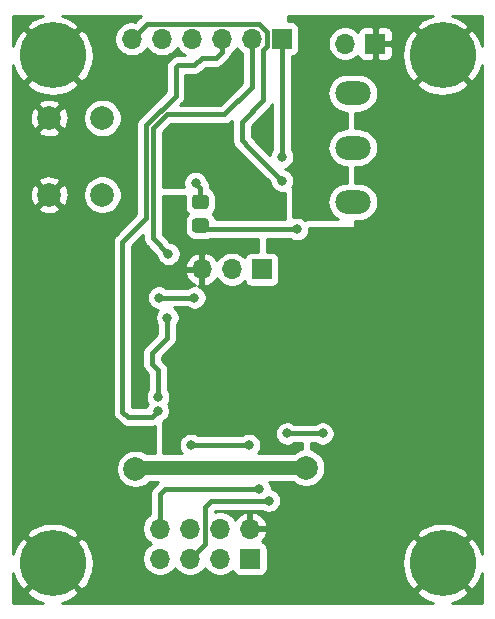
<source format=gbr>
G04 #@! TF.GenerationSoftware,KiCad,Pcbnew,5.1.9-73d0e3b20d~88~ubuntu18.04.1*
G04 #@! TF.CreationDate,2021-01-31T19:14:37+01:00*
G04 #@! TF.ProjectId,stm32_master_bt_bat,73746d33-325f-46d6-9173-7465725f6274,rev?*
G04 #@! TF.SameCoordinates,Original*
G04 #@! TF.FileFunction,Copper,L2,Bot*
G04 #@! TF.FilePolarity,Positive*
%FSLAX46Y46*%
G04 Gerber Fmt 4.6, Leading zero omitted, Abs format (unit mm)*
G04 Created by KiCad (PCBNEW 5.1.9-73d0e3b20d~88~ubuntu18.04.1) date 2021-01-31 19:14:37*
%MOMM*%
%LPD*%
G01*
G04 APERTURE LIST*
G04 #@! TA.AperFunction,ComponentPad*
%ADD10R,1.700000X1.700000*%
G04 #@! TD*
G04 #@! TA.AperFunction,ComponentPad*
%ADD11O,1.700000X1.700000*%
G04 #@! TD*
G04 #@! TA.AperFunction,ComponentPad*
%ADD12C,5.600000*%
G04 #@! TD*
G04 #@! TA.AperFunction,ComponentPad*
%ADD13C,2.000000*%
G04 #@! TD*
G04 #@! TA.AperFunction,ComponentPad*
%ADD14O,3.000000X2.000000*%
G04 #@! TD*
G04 #@! TA.AperFunction,ViaPad*
%ADD15C,0.800000*%
G04 #@! TD*
G04 #@! TA.AperFunction,ViaPad*
%ADD16C,1.600000*%
G04 #@! TD*
G04 #@! TA.AperFunction,ViaPad*
%ADD17C,2.000000*%
G04 #@! TD*
G04 #@! TA.AperFunction,Conductor*
%ADD18C,0.400000*%
G04 #@! TD*
G04 #@! TA.AperFunction,Conductor*
%ADD19C,1.150000*%
G04 #@! TD*
G04 #@! TA.AperFunction,Conductor*
%ADD20C,0.800000*%
G04 #@! TD*
G04 #@! TA.AperFunction,Conductor*
%ADD21C,0.254000*%
G04 #@! TD*
G04 #@! TA.AperFunction,Conductor*
%ADD22C,0.100000*%
G04 #@! TD*
G04 APERTURE END LIST*
D10*
X125700000Y-217100000D03*
D11*
X123160000Y-217100000D03*
X120620000Y-217100000D03*
D12*
X108000000Y-199000000D03*
D10*
X124700000Y-241600000D03*
D11*
X124700000Y-239060000D03*
X122160000Y-241600000D03*
X122160000Y-239060000D03*
X119620000Y-241600000D03*
X119620000Y-239060000D03*
X117080000Y-241600000D03*
X117080000Y-239060000D03*
D10*
X135300000Y-198000000D03*
D11*
X132760000Y-198000000D03*
G04 #@! TA.AperFunction,SMDPad,CuDef*
G36*
G01*
X120049999Y-212800000D02*
X120950001Y-212800000D01*
G75*
G02*
X121200000Y-213049999I0J-249999D01*
G01*
X121200000Y-213750001D01*
G75*
G02*
X120950001Y-214000000I-249999J0D01*
G01*
X120049999Y-214000000D01*
G75*
G02*
X119800000Y-213750001I0J249999D01*
G01*
X119800000Y-213049999D01*
G75*
G02*
X120049999Y-212800000I249999J0D01*
G01*
G37*
G04 #@! TD.AperFunction*
G04 #@! TA.AperFunction,SMDPad,CuDef*
G36*
G01*
X120049999Y-210800000D02*
X120950001Y-210800000D01*
G75*
G02*
X121200000Y-211049999I0J-249999D01*
G01*
X121200000Y-211750001D01*
G75*
G02*
X120950001Y-212000000I-249999J0D01*
G01*
X120049999Y-212000000D01*
G75*
G02*
X119800000Y-211750001I0J249999D01*
G01*
X119800000Y-211049999D01*
G75*
G02*
X120049999Y-210800000I249999J0D01*
G01*
G37*
G04 #@! TD.AperFunction*
D13*
X112200000Y-210800000D03*
X107700000Y-210800000D03*
X112200000Y-204300000D03*
X107700000Y-204300000D03*
D12*
X108000000Y-242000000D03*
X141000000Y-199000000D03*
X141000000Y-242000000D03*
D14*
X133400000Y-202200000D03*
X133400000Y-206800000D03*
X133400000Y-211400000D03*
D10*
X127400000Y-197600000D03*
D11*
X124860000Y-197600000D03*
X122320000Y-197600000D03*
X119780000Y-197600000D03*
X117240000Y-197600000D03*
X114700000Y-197600000D03*
D15*
X129000000Y-236000000D03*
X129500000Y-218500000D03*
X134000000Y-223000000D03*
X120600000Y-230400000D03*
D16*
X128500000Y-227500000D03*
D17*
X122000000Y-226000000D03*
D16*
X141000000Y-235000000D03*
X138000000Y-237500000D03*
X111500000Y-237000000D03*
X113500000Y-241000000D03*
X106500000Y-236000000D03*
X107500000Y-223500000D03*
X142000000Y-230000000D03*
X142000000Y-225000000D03*
X142000000Y-220000000D03*
X142000000Y-215000000D03*
X143000000Y-210000000D03*
X143000000Y-205000000D03*
D15*
X114000000Y-209000000D03*
X136500000Y-242500000D03*
X106000000Y-214500000D03*
X106000000Y-232500000D03*
X110750000Y-234000000D03*
X115500000Y-236500000D03*
X126000000Y-211400000D03*
X126000000Y-206400000D03*
X123500000Y-199500000D03*
X117500000Y-244000000D03*
X123400000Y-244000000D03*
X130500000Y-244000000D03*
D16*
X138500000Y-227500000D03*
X138500000Y-232500000D03*
X138500000Y-212500000D03*
X139250000Y-221000000D03*
X110000000Y-207500000D03*
X112500000Y-200000000D03*
D15*
X122500000Y-211750000D03*
X130000000Y-202250000D03*
X130000000Y-199500000D03*
X105500000Y-227500000D03*
X105500000Y-220000000D03*
X106000000Y-207500000D03*
X114000000Y-206750000D03*
X115000000Y-203500000D03*
X130250000Y-197000000D03*
X118750000Y-206750000D03*
X110250000Y-223000000D03*
X112250000Y-230000000D03*
X112000000Y-217000000D03*
X123750000Y-208500000D03*
X140250000Y-206250000D03*
X130250000Y-207250000D03*
X128750000Y-211250000D03*
D16*
X121250000Y-221750000D03*
D15*
X121750000Y-219750000D03*
X121450000Y-223750000D03*
X120000000Y-219500000D03*
X117000000Y-219500000D03*
X128700000Y-213700000D03*
D17*
X115000000Y-234000000D03*
X129450000Y-233900000D03*
D15*
X126300000Y-236700000D03*
X124600000Y-232000000D03*
X119700000Y-232000000D03*
X125500000Y-235700000D03*
X127400000Y-209600000D03*
X116884002Y-229100000D03*
X116900000Y-227900000D03*
X117700000Y-221200000D03*
X117800000Y-215800000D03*
X127400000Y-207600000D03*
X120100000Y-209800000D03*
X127850000Y-231000000D03*
X130850000Y-231000000D03*
D18*
X120000000Y-219500000D02*
X117000000Y-219500000D01*
X120800000Y-213700000D02*
X120500000Y-213400000D01*
X128700000Y-213700000D02*
X120800000Y-213700000D01*
D19*
X129450000Y-233900000D02*
X115850000Y-233900000D01*
X115100000Y-233900000D02*
X115850000Y-233900000D01*
X115000000Y-234000000D02*
X115100000Y-233900000D01*
D18*
X120870001Y-240349999D02*
X119620000Y-241600000D01*
X120870001Y-237229999D02*
X120870001Y-240349999D01*
X121400000Y-236700000D02*
X120870001Y-237229999D01*
X126300000Y-236700000D02*
X121400000Y-236700000D01*
X124600000Y-232000000D02*
X119700000Y-232000000D01*
X125500000Y-235700000D02*
X117500000Y-235700000D01*
X117080000Y-236120000D02*
X117080000Y-239060000D01*
X117500000Y-235700000D02*
X117080000Y-236120000D01*
X124600000Y-206800000D02*
X127400000Y-209600000D01*
X124000000Y-206200000D02*
X124600000Y-206800000D01*
X124000000Y-204600000D02*
X124000000Y-206200000D01*
X125800000Y-202800000D02*
X124000000Y-204600000D01*
X125460001Y-196349999D02*
X126110001Y-196999999D01*
X115950001Y-196349999D02*
X125460001Y-196349999D01*
X126110001Y-196999999D02*
X126110001Y-198200001D01*
X114700000Y-197600000D02*
X115950001Y-196349999D01*
X126110001Y-198200001D02*
X125800000Y-198510002D01*
X125800000Y-198510002D02*
X125800000Y-202800000D01*
X122320000Y-198680000D02*
X122320000Y-197600000D01*
X121800000Y-199200000D02*
X122320000Y-198680000D01*
X120600000Y-199200000D02*
X121800000Y-199200000D01*
X120000000Y-199800000D02*
X120600000Y-199200000D01*
X118600000Y-199800000D02*
X120000000Y-199800000D01*
X118400000Y-200000000D02*
X118600000Y-199800000D01*
X118400000Y-202400000D02*
X118400000Y-200000000D01*
X115899990Y-204900010D02*
X118400000Y-202400000D01*
X116884002Y-229100000D02*
X116384012Y-229599990D01*
X113900000Y-229150000D02*
X113900000Y-214800000D01*
X116384012Y-229599990D02*
X114349990Y-229599990D01*
X114349990Y-229599990D02*
X113900000Y-229150000D01*
X113900000Y-214800000D02*
X115899990Y-212800010D01*
X115899990Y-212800010D02*
X115899990Y-204900010D01*
X116900000Y-225600000D02*
X116400000Y-225100000D01*
X116900000Y-227900000D02*
X116900000Y-225600000D01*
X116400000Y-225100000D02*
X116400000Y-224200000D01*
X116400000Y-224200000D02*
X117700000Y-222900000D01*
X117700000Y-222900000D02*
X117700000Y-221200000D01*
X124860000Y-201640000D02*
X124860000Y-197600000D01*
X122500000Y-204000000D02*
X124860000Y-201640000D01*
X116500000Y-205148542D02*
X117648542Y-204000000D01*
X117648542Y-204000000D02*
X122500000Y-204000000D01*
X117800000Y-215800000D02*
X116500000Y-214500000D01*
X116500000Y-214500000D02*
X116500000Y-205148542D01*
X127400000Y-207600000D02*
X127400000Y-197600000D01*
X120500000Y-211400000D02*
X120500000Y-210200000D01*
X120500000Y-210200000D02*
X120100000Y-209800000D01*
X127850000Y-231000000D02*
X130850000Y-231000000D01*
D20*
X124900000Y-241400000D02*
X124700000Y-241600000D01*
D21*
X106686994Y-195807870D02*
X106089470Y-196125361D01*
X106075308Y-196134823D01*
X105763124Y-196583519D01*
X108000000Y-198820395D01*
X110236876Y-196583519D01*
X109924692Y-196134823D01*
X109328741Y-195814388D01*
X108824276Y-195660000D01*
X115474549Y-195660000D01*
X115356710Y-195756708D01*
X115330559Y-195788573D01*
X114977939Y-196141193D01*
X114846260Y-196115000D01*
X114553740Y-196115000D01*
X114266842Y-196172068D01*
X113996589Y-196284010D01*
X113753368Y-196446525D01*
X113546525Y-196653368D01*
X113384010Y-196896589D01*
X113272068Y-197166842D01*
X113215000Y-197453740D01*
X113215000Y-197746260D01*
X113272068Y-198033158D01*
X113384010Y-198303411D01*
X113546525Y-198546632D01*
X113753368Y-198753475D01*
X113996589Y-198915990D01*
X114266842Y-199027932D01*
X114553740Y-199085000D01*
X114846260Y-199085000D01*
X115133158Y-199027932D01*
X115403411Y-198915990D01*
X115646632Y-198753475D01*
X115853475Y-198546632D01*
X115970000Y-198372240D01*
X116086525Y-198546632D01*
X116293368Y-198753475D01*
X116536589Y-198915990D01*
X116806842Y-199027932D01*
X117093740Y-199085000D01*
X117386260Y-199085000D01*
X117673158Y-199027932D01*
X117943411Y-198915990D01*
X118186632Y-198753475D01*
X118393475Y-198546632D01*
X118515195Y-198364466D01*
X118584822Y-198481355D01*
X118779731Y-198697588D01*
X119013080Y-198871641D01*
X119209085Y-198965000D01*
X118641018Y-198965000D01*
X118600000Y-198960960D01*
X118558982Y-198965000D01*
X118558981Y-198965000D01*
X118436311Y-198977082D01*
X118278913Y-199024828D01*
X118133854Y-199102364D01*
X118006709Y-199206709D01*
X117980561Y-199238571D01*
X117838573Y-199380560D01*
X117806710Y-199406709D01*
X117780562Y-199438571D01*
X117702364Y-199533855D01*
X117624828Y-199678914D01*
X117577082Y-199836312D01*
X117560960Y-200000000D01*
X117565001Y-200041028D01*
X117565000Y-202054132D01*
X115338564Y-204280569D01*
X115306700Y-204306719D01*
X115280552Y-204338581D01*
X115202354Y-204433865D01*
X115124818Y-204578924D01*
X115077072Y-204736322D01*
X115060950Y-204900010D01*
X115064991Y-204941039D01*
X115064990Y-212454142D01*
X113338574Y-214180559D01*
X113306710Y-214206709D01*
X113235655Y-214293290D01*
X113202364Y-214333855D01*
X113124828Y-214478914D01*
X113077082Y-214636312D01*
X113060960Y-214800000D01*
X113065001Y-214841029D01*
X113065000Y-229108981D01*
X113060960Y-229150000D01*
X113065000Y-229191018D01*
X113077082Y-229313688D01*
X113124828Y-229471086D01*
X113202364Y-229616145D01*
X113306709Y-229743291D01*
X113338578Y-229769445D01*
X113730548Y-230161416D01*
X113756699Y-230193281D01*
X113883844Y-230297626D01*
X113963543Y-230340226D01*
X114028903Y-230375162D01*
X114186301Y-230422908D01*
X114349990Y-230439030D01*
X114391008Y-230434990D01*
X116342994Y-230434990D01*
X116384012Y-230439030D01*
X116425030Y-230434990D01*
X116425031Y-230434990D01*
X116547701Y-230422908D01*
X116623000Y-230400066D01*
X116623000Y-232690000D01*
X115982368Y-232690000D01*
X115774463Y-232551082D01*
X115476912Y-232427832D01*
X115161033Y-232365000D01*
X114838967Y-232365000D01*
X114523088Y-232427832D01*
X114225537Y-232551082D01*
X113957748Y-232730013D01*
X113730013Y-232957748D01*
X113551082Y-233225537D01*
X113427832Y-233523088D01*
X113365000Y-233838967D01*
X113365000Y-234161033D01*
X113427832Y-234476912D01*
X113551082Y-234774463D01*
X113730013Y-235042252D01*
X113957748Y-235269987D01*
X114225537Y-235448918D01*
X114523088Y-235572168D01*
X114838967Y-235635000D01*
X115161033Y-235635000D01*
X115476912Y-235572168D01*
X115774463Y-235448918D01*
X116042252Y-235269987D01*
X116202239Y-235110000D01*
X116904008Y-235110000D01*
X116880558Y-235138574D01*
X116518578Y-235500555D01*
X116486709Y-235526709D01*
X116428153Y-235598061D01*
X116382364Y-235653855D01*
X116304828Y-235798914D01*
X116257082Y-235956312D01*
X116240960Y-236120000D01*
X116245000Y-236161019D01*
X116245001Y-237831935D01*
X116133368Y-237906525D01*
X115926525Y-238113368D01*
X115764010Y-238356589D01*
X115652068Y-238626842D01*
X115595000Y-238913740D01*
X115595000Y-239206260D01*
X115652068Y-239493158D01*
X115764010Y-239763411D01*
X115926525Y-240006632D01*
X116133368Y-240213475D01*
X116307760Y-240330000D01*
X116133368Y-240446525D01*
X115926525Y-240653368D01*
X115764010Y-240896589D01*
X115652068Y-241166842D01*
X115595000Y-241453740D01*
X115595000Y-241746260D01*
X115652068Y-242033158D01*
X115764010Y-242303411D01*
X115926525Y-242546632D01*
X116133368Y-242753475D01*
X116376589Y-242915990D01*
X116646842Y-243027932D01*
X116933740Y-243085000D01*
X117226260Y-243085000D01*
X117513158Y-243027932D01*
X117783411Y-242915990D01*
X118026632Y-242753475D01*
X118233475Y-242546632D01*
X118350000Y-242372240D01*
X118466525Y-242546632D01*
X118673368Y-242753475D01*
X118916589Y-242915990D01*
X119186842Y-243027932D01*
X119473740Y-243085000D01*
X119766260Y-243085000D01*
X120053158Y-243027932D01*
X120323411Y-242915990D01*
X120566632Y-242753475D01*
X120773475Y-242546632D01*
X120890000Y-242372240D01*
X121006525Y-242546632D01*
X121213368Y-242753475D01*
X121456589Y-242915990D01*
X121726842Y-243027932D01*
X122013740Y-243085000D01*
X122306260Y-243085000D01*
X122593158Y-243027932D01*
X122863411Y-242915990D01*
X123106632Y-242753475D01*
X123238487Y-242621620D01*
X123260498Y-242694180D01*
X123319463Y-242804494D01*
X123398815Y-242901185D01*
X123495506Y-242980537D01*
X123605820Y-243039502D01*
X123725518Y-243075812D01*
X123850000Y-243088072D01*
X125550000Y-243088072D01*
X125674482Y-243075812D01*
X125794180Y-243039502D01*
X125904494Y-242980537D01*
X126001185Y-242901185D01*
X126080537Y-242804494D01*
X126139502Y-242694180D01*
X126175812Y-242574482D01*
X126188072Y-242450000D01*
X126188072Y-241991484D01*
X137548390Y-241991484D01*
X137613051Y-242665023D01*
X137807870Y-243313006D01*
X138125361Y-243910530D01*
X138134823Y-243924692D01*
X138583519Y-244236876D01*
X140820395Y-242000000D01*
X138583519Y-239763124D01*
X138134823Y-240075308D01*
X137814388Y-240671259D01*
X137616374Y-241318273D01*
X137548390Y-241991484D01*
X126188072Y-241991484D01*
X126188072Y-240750000D01*
X126175812Y-240625518D01*
X126139502Y-240505820D01*
X126080537Y-240395506D01*
X126001185Y-240298815D01*
X125904494Y-240219463D01*
X125794180Y-240160498D01*
X125718374Y-240137502D01*
X125895178Y-239941355D01*
X126044157Y-239691252D01*
X126082373Y-239583519D01*
X138763124Y-239583519D01*
X141000000Y-241820395D01*
X143236876Y-239583519D01*
X142924692Y-239134823D01*
X142328741Y-238814388D01*
X141681727Y-238616374D01*
X141008516Y-238548390D01*
X140334977Y-238613051D01*
X139686994Y-238807870D01*
X139089470Y-239125361D01*
X139075308Y-239134823D01*
X138763124Y-239583519D01*
X126082373Y-239583519D01*
X126141481Y-239416891D01*
X126020814Y-239187000D01*
X124827000Y-239187000D01*
X124827000Y-239207000D01*
X124573000Y-239207000D01*
X124573000Y-239187000D01*
X124553000Y-239187000D01*
X124553000Y-238933000D01*
X124573000Y-238933000D01*
X124573000Y-237739845D01*
X124827000Y-237739845D01*
X124827000Y-238933000D01*
X126020814Y-238933000D01*
X126141481Y-238703109D01*
X126044157Y-238428748D01*
X125895178Y-238178645D01*
X125700269Y-237962412D01*
X125466920Y-237788359D01*
X125204099Y-237663175D01*
X125056890Y-237618524D01*
X124827000Y-237739845D01*
X124573000Y-237739845D01*
X124343110Y-237618524D01*
X124195901Y-237663175D01*
X123933080Y-237788359D01*
X123699731Y-237962412D01*
X123504822Y-238178645D01*
X123435195Y-238295534D01*
X123313475Y-238113368D01*
X123106632Y-237906525D01*
X122863411Y-237744010D01*
X122593158Y-237632068D01*
X122306260Y-237575000D01*
X122013740Y-237575000D01*
X121726842Y-237632068D01*
X121705001Y-237641115D01*
X121705001Y-237575866D01*
X121745868Y-237535000D01*
X125686715Y-237535000D01*
X125809744Y-237617205D01*
X125998102Y-237695226D01*
X126198061Y-237735000D01*
X126401939Y-237735000D01*
X126601898Y-237695226D01*
X126790256Y-237617205D01*
X126959774Y-237503937D01*
X127103937Y-237359774D01*
X127217205Y-237190256D01*
X127295226Y-237001898D01*
X127335000Y-236801939D01*
X127335000Y-236598061D01*
X127295226Y-236398102D01*
X127217205Y-236209744D01*
X127103937Y-236040226D01*
X126959774Y-235896063D01*
X126790256Y-235782795D01*
X126601898Y-235704774D01*
X126535000Y-235691467D01*
X126535000Y-235598061D01*
X126495226Y-235398102D01*
X126417205Y-235209744D01*
X126350558Y-235110000D01*
X128347761Y-235110000D01*
X128407748Y-235169987D01*
X128675537Y-235348918D01*
X128973088Y-235472168D01*
X129288967Y-235535000D01*
X129611033Y-235535000D01*
X129926912Y-235472168D01*
X130224463Y-235348918D01*
X130492252Y-235169987D01*
X130719987Y-234942252D01*
X130898918Y-234674463D01*
X131022168Y-234376912D01*
X131085000Y-234061033D01*
X131085000Y-233738967D01*
X131022168Y-233423088D01*
X130898918Y-233125537D01*
X130719987Y-232857748D01*
X130492252Y-232630013D01*
X130224463Y-232451082D01*
X129926912Y-232327832D01*
X129877000Y-232317904D01*
X129877000Y-231835000D01*
X130236715Y-231835000D01*
X130359744Y-231917205D01*
X130548102Y-231995226D01*
X130748061Y-232035000D01*
X130951939Y-232035000D01*
X131151898Y-231995226D01*
X131340256Y-231917205D01*
X131509774Y-231803937D01*
X131653937Y-231659774D01*
X131767205Y-231490256D01*
X131845226Y-231301898D01*
X131885000Y-231101939D01*
X131885000Y-230898061D01*
X131845226Y-230698102D01*
X131767205Y-230509744D01*
X131653937Y-230340226D01*
X131509774Y-230196063D01*
X131340256Y-230082795D01*
X131151898Y-230004774D01*
X130951939Y-229965000D01*
X130748061Y-229965000D01*
X130548102Y-230004774D01*
X130359744Y-230082795D01*
X130236715Y-230165000D01*
X128463285Y-230165000D01*
X128340256Y-230082795D01*
X128151898Y-230004774D01*
X127951939Y-229965000D01*
X127748061Y-229965000D01*
X127548102Y-230004774D01*
X127359744Y-230082795D01*
X127190226Y-230196063D01*
X127046063Y-230340226D01*
X126932795Y-230509744D01*
X126854774Y-230698102D01*
X126815000Y-230898061D01*
X126815000Y-231101939D01*
X126854774Y-231301898D01*
X126932795Y-231490256D01*
X127046063Y-231659774D01*
X127190226Y-231803937D01*
X127359744Y-231917205D01*
X127548102Y-231995226D01*
X127748061Y-232035000D01*
X127951939Y-232035000D01*
X128151898Y-231995226D01*
X128340256Y-231917205D01*
X128463285Y-231835000D01*
X129123000Y-231835000D01*
X129123000Y-232298013D01*
X128973088Y-232327832D01*
X128675537Y-232451082D01*
X128407748Y-232630013D01*
X128347761Y-232690000D01*
X125373711Y-232690000D01*
X125403937Y-232659774D01*
X125517205Y-232490256D01*
X125595226Y-232301898D01*
X125635000Y-232101939D01*
X125635000Y-231898061D01*
X125595226Y-231698102D01*
X125517205Y-231509744D01*
X125403937Y-231340226D01*
X125259774Y-231196063D01*
X125090256Y-231082795D01*
X124901898Y-231004774D01*
X124701939Y-230965000D01*
X124498061Y-230965000D01*
X124298102Y-231004774D01*
X124109744Y-231082795D01*
X123986715Y-231165000D01*
X120313285Y-231165000D01*
X120190256Y-231082795D01*
X120001898Y-231004774D01*
X119801939Y-230965000D01*
X119598061Y-230965000D01*
X119398102Y-231004774D01*
X119209744Y-231082795D01*
X119040226Y-231196063D01*
X118896063Y-231340226D01*
X118782795Y-231509744D01*
X118704774Y-231698102D01*
X118665000Y-231898061D01*
X118665000Y-232101939D01*
X118704774Y-232301898D01*
X118782795Y-232490256D01*
X118896063Y-232659774D01*
X118926289Y-232690000D01*
X117377000Y-232690000D01*
X117377000Y-230015373D01*
X117543776Y-229903937D01*
X117687939Y-229759774D01*
X117801207Y-229590256D01*
X117879228Y-229401898D01*
X117919002Y-229201939D01*
X117919002Y-228998061D01*
X117879228Y-228798102D01*
X117801207Y-228609744D01*
X117735878Y-228511971D01*
X117817205Y-228390256D01*
X117895226Y-228201898D01*
X117935000Y-228001939D01*
X117935000Y-227798061D01*
X117895226Y-227598102D01*
X117817205Y-227409744D01*
X117735000Y-227286715D01*
X117735000Y-225641018D01*
X117739040Y-225600000D01*
X117722918Y-225436312D01*
X117718300Y-225421086D01*
X117675172Y-225278913D01*
X117597636Y-225133854D01*
X117493291Y-225006709D01*
X117461426Y-224980558D01*
X117235000Y-224754133D01*
X117235000Y-224545867D01*
X118261433Y-223519436D01*
X118293291Y-223493291D01*
X118397636Y-223366146D01*
X118475172Y-223221087D01*
X118522918Y-223063689D01*
X118535000Y-222941019D01*
X118535000Y-222941018D01*
X118539040Y-222900000D01*
X118535000Y-222858982D01*
X118535000Y-221813285D01*
X118617205Y-221690256D01*
X118695226Y-221501898D01*
X118735000Y-221301939D01*
X118735000Y-221098061D01*
X118695226Y-220898102D01*
X118617205Y-220709744D01*
X118503937Y-220540226D01*
X118359774Y-220396063D01*
X118268387Y-220335000D01*
X119386715Y-220335000D01*
X119509744Y-220417205D01*
X119698102Y-220495226D01*
X119898061Y-220535000D01*
X120101939Y-220535000D01*
X120301898Y-220495226D01*
X120490256Y-220417205D01*
X120659774Y-220303937D01*
X120803937Y-220159774D01*
X120917205Y-219990256D01*
X120995226Y-219801898D01*
X121035000Y-219601939D01*
X121035000Y-219398061D01*
X120995226Y-219198102D01*
X120917205Y-219009744D01*
X120803937Y-218840226D01*
X120659774Y-218696063D01*
X120490256Y-218582795D01*
X120319131Y-218511912D01*
X120493000Y-218420155D01*
X120493000Y-217227000D01*
X119299186Y-217227000D01*
X119178519Y-217456891D01*
X119275843Y-217731252D01*
X119424822Y-217981355D01*
X119619731Y-218197588D01*
X119853080Y-218371641D01*
X120049085Y-218465000D01*
X119898061Y-218465000D01*
X119698102Y-218504774D01*
X119509744Y-218582795D01*
X119386715Y-218665000D01*
X117613285Y-218665000D01*
X117490256Y-218582795D01*
X117301898Y-218504774D01*
X117101939Y-218465000D01*
X116898061Y-218465000D01*
X116698102Y-218504774D01*
X116509744Y-218582795D01*
X116340226Y-218696063D01*
X116196063Y-218840226D01*
X116082795Y-219009744D01*
X116004774Y-219198102D01*
X115965000Y-219398061D01*
X115965000Y-219601939D01*
X116004774Y-219801898D01*
X116082795Y-219990256D01*
X116196063Y-220159774D01*
X116340226Y-220303937D01*
X116509744Y-220417205D01*
X116698102Y-220495226D01*
X116898061Y-220535000D01*
X116901289Y-220535000D01*
X116896063Y-220540226D01*
X116782795Y-220709744D01*
X116704774Y-220898102D01*
X116665000Y-221098061D01*
X116665000Y-221301939D01*
X116704774Y-221501898D01*
X116782795Y-221690256D01*
X116865001Y-221813286D01*
X116865000Y-222554131D01*
X115838574Y-223580559D01*
X115806710Y-223606709D01*
X115780562Y-223638571D01*
X115702364Y-223733855D01*
X115624828Y-223878914D01*
X115577082Y-224036312D01*
X115560960Y-224200000D01*
X115565000Y-224241018D01*
X115565000Y-225058982D01*
X115560960Y-225100000D01*
X115565000Y-225141018D01*
X115577082Y-225263688D01*
X115624828Y-225421086D01*
X115702364Y-225566145D01*
X115806709Y-225693291D01*
X115838578Y-225719445D01*
X116065001Y-225945868D01*
X116065000Y-227286715D01*
X115982795Y-227409744D01*
X115904774Y-227598102D01*
X115865000Y-227798061D01*
X115865000Y-228001939D01*
X115904774Y-228201898D01*
X115982795Y-228390256D01*
X116048124Y-228488029D01*
X115966797Y-228609744D01*
X115902492Y-228764990D01*
X114735000Y-228764990D01*
X114735000Y-215145867D01*
X115665000Y-214215868D01*
X115665000Y-214458981D01*
X115660960Y-214500000D01*
X115665000Y-214541018D01*
X115677082Y-214663688D01*
X115724828Y-214821086D01*
X115802364Y-214966145D01*
X115906709Y-215093291D01*
X115938578Y-215119446D01*
X116775908Y-215956776D01*
X116804774Y-216101898D01*
X116882795Y-216290256D01*
X116996063Y-216459774D01*
X117140226Y-216603937D01*
X117309744Y-216717205D01*
X117498102Y-216795226D01*
X117698061Y-216835000D01*
X117901939Y-216835000D01*
X118101898Y-216795226D01*
X118227718Y-216743109D01*
X119178519Y-216743109D01*
X119299186Y-216973000D01*
X120493000Y-216973000D01*
X120493000Y-215779845D01*
X120263110Y-215658524D01*
X120115901Y-215703175D01*
X119853080Y-215828359D01*
X119619731Y-216002412D01*
X119424822Y-216218645D01*
X119275843Y-216468748D01*
X119178519Y-216743109D01*
X118227718Y-216743109D01*
X118290256Y-216717205D01*
X118459774Y-216603937D01*
X118603937Y-216459774D01*
X118717205Y-216290256D01*
X118795226Y-216101898D01*
X118835000Y-215901939D01*
X118835000Y-215698061D01*
X118795226Y-215498102D01*
X118717205Y-215309744D01*
X118603937Y-215140226D01*
X118459774Y-214996063D01*
X118290256Y-214882795D01*
X118101898Y-214804774D01*
X117956776Y-214775908D01*
X117335000Y-214154133D01*
X117335000Y-210877000D01*
X119178967Y-210877000D01*
X119161928Y-211049999D01*
X119161928Y-211750001D01*
X119178992Y-211923255D01*
X119229528Y-212089851D01*
X119311595Y-212243387D01*
X119422038Y-212377962D01*
X119448891Y-212400000D01*
X119422038Y-212422038D01*
X119311595Y-212556613D01*
X119229528Y-212710149D01*
X119178992Y-212876745D01*
X119161928Y-213049999D01*
X119161928Y-213750001D01*
X119178992Y-213923255D01*
X119229528Y-214089851D01*
X119311595Y-214243387D01*
X119422038Y-214377962D01*
X119556613Y-214488405D01*
X119710149Y-214570472D01*
X119876745Y-214621008D01*
X120049999Y-214638072D01*
X120950001Y-214638072D01*
X121123255Y-214621008D01*
X121289851Y-214570472D01*
X121356214Y-214535000D01*
X125373000Y-214535000D01*
X125373000Y-215611928D01*
X124850000Y-215611928D01*
X124725518Y-215624188D01*
X124605820Y-215660498D01*
X124495506Y-215719463D01*
X124398815Y-215798815D01*
X124319463Y-215895506D01*
X124260498Y-216005820D01*
X124238487Y-216078380D01*
X124106632Y-215946525D01*
X123863411Y-215784010D01*
X123593158Y-215672068D01*
X123306260Y-215615000D01*
X123013740Y-215615000D01*
X122726842Y-215672068D01*
X122456589Y-215784010D01*
X122213368Y-215946525D01*
X122006525Y-216153368D01*
X121884805Y-216335534D01*
X121815178Y-216218645D01*
X121620269Y-216002412D01*
X121386920Y-215828359D01*
X121124099Y-215703175D01*
X120976890Y-215658524D01*
X120747000Y-215779845D01*
X120747000Y-216973000D01*
X120767000Y-216973000D01*
X120767000Y-217227000D01*
X120747000Y-217227000D01*
X120747000Y-218420155D01*
X120976890Y-218541476D01*
X121124099Y-218496825D01*
X121386920Y-218371641D01*
X121620269Y-218197588D01*
X121815178Y-217981355D01*
X121884805Y-217864466D01*
X122006525Y-218046632D01*
X122213368Y-218253475D01*
X122456589Y-218415990D01*
X122726842Y-218527932D01*
X123013740Y-218585000D01*
X123306260Y-218585000D01*
X123593158Y-218527932D01*
X123863411Y-218415990D01*
X124106632Y-218253475D01*
X124238487Y-218121620D01*
X124260498Y-218194180D01*
X124319463Y-218304494D01*
X124398815Y-218401185D01*
X124495506Y-218480537D01*
X124605820Y-218539502D01*
X124725518Y-218575812D01*
X124850000Y-218588072D01*
X126550000Y-218588072D01*
X126674482Y-218575812D01*
X126794180Y-218539502D01*
X126904494Y-218480537D01*
X127001185Y-218401185D01*
X127080537Y-218304494D01*
X127139502Y-218194180D01*
X127175812Y-218074482D01*
X127188072Y-217950000D01*
X127188072Y-216250000D01*
X127175812Y-216125518D01*
X127139502Y-216005820D01*
X127080537Y-215895506D01*
X127001185Y-215798815D01*
X126904494Y-215719463D01*
X126794180Y-215660498D01*
X126674482Y-215624188D01*
X126550000Y-215611928D01*
X126127000Y-215611928D01*
X126127000Y-214535000D01*
X128086715Y-214535000D01*
X128209744Y-214617205D01*
X128398102Y-214695226D01*
X128598061Y-214735000D01*
X128801939Y-214735000D01*
X129001898Y-214695226D01*
X129190256Y-214617205D01*
X129359774Y-214503937D01*
X129503937Y-214359774D01*
X129617205Y-214190256D01*
X129695226Y-214001898D01*
X129735000Y-213801939D01*
X129735000Y-213627000D01*
X133500000Y-213627000D01*
X133524776Y-213624560D01*
X133548601Y-213617333D01*
X133570557Y-213605597D01*
X133589803Y-213589803D01*
X133605597Y-213570557D01*
X133617333Y-213548601D01*
X133624560Y-213524776D01*
X133627000Y-213500000D01*
X133627000Y-213035000D01*
X133980322Y-213035000D01*
X134220516Y-213011343D01*
X134528715Y-212917852D01*
X134812752Y-212766031D01*
X135061714Y-212561714D01*
X135266031Y-212312752D01*
X135417852Y-212028715D01*
X135511343Y-211720516D01*
X135542911Y-211400000D01*
X135511343Y-211079484D01*
X135417852Y-210771285D01*
X135266031Y-210487248D01*
X135061714Y-210238286D01*
X134812752Y-210033969D01*
X134528715Y-209882148D01*
X134220516Y-209788657D01*
X133980322Y-209765000D01*
X133627000Y-209765000D01*
X133627000Y-208435000D01*
X133980322Y-208435000D01*
X134220516Y-208411343D01*
X134528715Y-208317852D01*
X134812752Y-208166031D01*
X135061714Y-207961714D01*
X135266031Y-207712752D01*
X135417852Y-207428715D01*
X135511343Y-207120516D01*
X135542911Y-206800000D01*
X135511343Y-206479484D01*
X135417852Y-206171285D01*
X135266031Y-205887248D01*
X135061714Y-205638286D01*
X134812752Y-205433969D01*
X134528715Y-205282148D01*
X134220516Y-205188657D01*
X133980322Y-205165000D01*
X133627000Y-205165000D01*
X133627000Y-203835000D01*
X133980322Y-203835000D01*
X134220516Y-203811343D01*
X134528715Y-203717852D01*
X134812752Y-203566031D01*
X135061714Y-203361714D01*
X135266031Y-203112752D01*
X135417852Y-202828715D01*
X135511343Y-202520516D01*
X135542911Y-202200000D01*
X135511343Y-201879484D01*
X135417852Y-201571285D01*
X135335108Y-201416481D01*
X138763124Y-201416481D01*
X139075308Y-201865177D01*
X139671259Y-202185612D01*
X140318273Y-202383626D01*
X140991484Y-202451610D01*
X141665023Y-202386949D01*
X142313006Y-202192130D01*
X142910530Y-201874639D01*
X142924692Y-201865177D01*
X143236876Y-201416481D01*
X141000000Y-199179605D01*
X138763124Y-201416481D01*
X135335108Y-201416481D01*
X135266031Y-201287248D01*
X135061714Y-201038286D01*
X134812752Y-200833969D01*
X134528715Y-200682148D01*
X134220516Y-200588657D01*
X133980322Y-200565000D01*
X132819678Y-200565000D01*
X132579484Y-200588657D01*
X132271285Y-200682148D01*
X131987248Y-200833969D01*
X131738286Y-201038286D01*
X131533969Y-201287248D01*
X131382148Y-201571285D01*
X131288657Y-201879484D01*
X131257089Y-202200000D01*
X131288657Y-202520516D01*
X131382148Y-202828715D01*
X131533969Y-203112752D01*
X131738286Y-203361714D01*
X131987248Y-203566031D01*
X132271285Y-203717852D01*
X132579484Y-203811343D01*
X132819678Y-203835000D01*
X132873000Y-203835000D01*
X132873000Y-205165000D01*
X132819678Y-205165000D01*
X132579484Y-205188657D01*
X132271285Y-205282148D01*
X131987248Y-205433969D01*
X131738286Y-205638286D01*
X131533969Y-205887248D01*
X131382148Y-206171285D01*
X131288657Y-206479484D01*
X131257089Y-206800000D01*
X131288657Y-207120516D01*
X131382148Y-207428715D01*
X131533969Y-207712752D01*
X131738286Y-207961714D01*
X131987248Y-208166031D01*
X132271285Y-208317852D01*
X132579484Y-208411343D01*
X132819678Y-208435000D01*
X132873000Y-208435000D01*
X132873000Y-209765000D01*
X132819678Y-209765000D01*
X132579484Y-209788657D01*
X132271285Y-209882148D01*
X131987248Y-210033969D01*
X131738286Y-210238286D01*
X131533969Y-210487248D01*
X131382148Y-210771285D01*
X131288657Y-211079484D01*
X131257089Y-211400000D01*
X131288657Y-211720516D01*
X131382148Y-212028715D01*
X131533969Y-212312752D01*
X131738286Y-212561714D01*
X131987248Y-212766031D01*
X132187373Y-212873000D01*
X129500000Y-212873000D01*
X129475224Y-212875440D01*
X129451399Y-212882667D01*
X129429443Y-212894403D01*
X129410197Y-212910197D01*
X129394403Y-212929443D01*
X129393968Y-212930257D01*
X129359774Y-212896063D01*
X129190256Y-212782795D01*
X129001898Y-212704774D01*
X128801939Y-212665000D01*
X128598061Y-212665000D01*
X128398102Y-212704774D01*
X128377000Y-212713515D01*
X128377000Y-210250000D01*
X128372490Y-210216456D01*
X128363592Y-210193204D01*
X128350329Y-210172134D01*
X128333211Y-210154057D01*
X128312894Y-210139667D01*
X128290785Y-210129796D01*
X128317205Y-210090256D01*
X128395226Y-209901898D01*
X128435000Y-209701939D01*
X128435000Y-209498061D01*
X128395226Y-209298102D01*
X128317205Y-209109744D01*
X128203937Y-208940226D01*
X128059774Y-208796063D01*
X127890256Y-208682795D01*
X127701898Y-208604774D01*
X127677897Y-208600000D01*
X127701898Y-208595226D01*
X127890256Y-208517205D01*
X128059774Y-208403937D01*
X128203937Y-208259774D01*
X128317205Y-208090256D01*
X128395226Y-207901898D01*
X128435000Y-207701939D01*
X128435000Y-207498061D01*
X128395226Y-207298102D01*
X128317205Y-207109744D01*
X128235000Y-206986715D01*
X128235000Y-199088072D01*
X128250000Y-199088072D01*
X128374482Y-199075812D01*
X128494180Y-199039502D01*
X128604494Y-198980537D01*
X128701185Y-198901185D01*
X128780537Y-198804494D01*
X128839502Y-198694180D01*
X128875812Y-198574482D01*
X128888072Y-198450000D01*
X128888072Y-197853740D01*
X131275000Y-197853740D01*
X131275000Y-198146260D01*
X131332068Y-198433158D01*
X131444010Y-198703411D01*
X131606525Y-198946632D01*
X131813368Y-199153475D01*
X132056589Y-199315990D01*
X132326842Y-199427932D01*
X132613740Y-199485000D01*
X132906260Y-199485000D01*
X133193158Y-199427932D01*
X133463411Y-199315990D01*
X133706632Y-199153475D01*
X133838487Y-199021620D01*
X133860498Y-199094180D01*
X133919463Y-199204494D01*
X133998815Y-199301185D01*
X134095506Y-199380537D01*
X134205820Y-199439502D01*
X134325518Y-199475812D01*
X134450000Y-199488072D01*
X135014250Y-199485000D01*
X135173000Y-199326250D01*
X135173000Y-198127000D01*
X135427000Y-198127000D01*
X135427000Y-199326250D01*
X135585750Y-199485000D01*
X136150000Y-199488072D01*
X136274482Y-199475812D01*
X136394180Y-199439502D01*
X136504494Y-199380537D01*
X136601185Y-199301185D01*
X136680537Y-199204494D01*
X136739502Y-199094180D01*
X136770654Y-198991484D01*
X137548390Y-198991484D01*
X137613051Y-199665023D01*
X137807870Y-200313006D01*
X138125361Y-200910530D01*
X138134823Y-200924692D01*
X138583519Y-201236876D01*
X140820395Y-199000000D01*
X138583519Y-196763124D01*
X138134823Y-197075308D01*
X137814388Y-197671259D01*
X137616374Y-198318273D01*
X137548390Y-198991484D01*
X136770654Y-198991484D01*
X136775812Y-198974482D01*
X136788072Y-198850000D01*
X136785000Y-198285750D01*
X136626250Y-198127000D01*
X135427000Y-198127000D01*
X135173000Y-198127000D01*
X135153000Y-198127000D01*
X135153000Y-197873000D01*
X135173000Y-197873000D01*
X135173000Y-196673750D01*
X135427000Y-196673750D01*
X135427000Y-197873000D01*
X136626250Y-197873000D01*
X136785000Y-197714250D01*
X136788072Y-197150000D01*
X136775812Y-197025518D01*
X136739502Y-196905820D01*
X136680537Y-196795506D01*
X136601185Y-196698815D01*
X136504494Y-196619463D01*
X136394180Y-196560498D01*
X136274482Y-196524188D01*
X136150000Y-196511928D01*
X135585750Y-196515000D01*
X135427000Y-196673750D01*
X135173000Y-196673750D01*
X135014250Y-196515000D01*
X134450000Y-196511928D01*
X134325518Y-196524188D01*
X134205820Y-196560498D01*
X134095506Y-196619463D01*
X133998815Y-196698815D01*
X133919463Y-196795506D01*
X133860498Y-196905820D01*
X133838487Y-196978380D01*
X133706632Y-196846525D01*
X133463411Y-196684010D01*
X133193158Y-196572068D01*
X132906260Y-196515000D01*
X132613740Y-196515000D01*
X132326842Y-196572068D01*
X132056589Y-196684010D01*
X131813368Y-196846525D01*
X131606525Y-197053368D01*
X131444010Y-197296589D01*
X131332068Y-197566842D01*
X131275000Y-197853740D01*
X128888072Y-197853740D01*
X128888072Y-196750000D01*
X128875812Y-196625518D01*
X128839502Y-196505820D01*
X128780537Y-196395506D01*
X128701185Y-196298815D01*
X128604494Y-196219463D01*
X128494180Y-196160498D01*
X128374482Y-196124188D01*
X128250000Y-196111928D01*
X127877000Y-196111928D01*
X127877000Y-195660000D01*
X140178821Y-195660000D01*
X139686994Y-195807870D01*
X139089470Y-196125361D01*
X139075308Y-196134823D01*
X138763124Y-196583519D01*
X141000000Y-198820395D01*
X143236876Y-196583519D01*
X142924692Y-196134823D01*
X142328741Y-195814388D01*
X141824276Y-195660000D01*
X144340001Y-195660000D01*
X144340001Y-198178824D01*
X144192130Y-197686994D01*
X143874639Y-197089470D01*
X143865177Y-197075308D01*
X143416481Y-196763124D01*
X141179605Y-199000000D01*
X143416481Y-201236876D01*
X143865177Y-200924692D01*
X144185612Y-200328741D01*
X144340001Y-199824273D01*
X144340000Y-241178821D01*
X144192130Y-240686994D01*
X143874639Y-240089470D01*
X143865177Y-240075308D01*
X143416481Y-239763124D01*
X141179605Y-242000000D01*
X143416481Y-244236876D01*
X143865177Y-243924692D01*
X144185612Y-243328741D01*
X144340000Y-242824275D01*
X144340000Y-245340000D01*
X141821179Y-245340000D01*
X142313006Y-245192130D01*
X142910530Y-244874639D01*
X142924692Y-244865177D01*
X143236876Y-244416481D01*
X141000000Y-242179605D01*
X138763124Y-244416481D01*
X139075308Y-244865177D01*
X139671259Y-245185612D01*
X140175724Y-245340000D01*
X108821179Y-245340000D01*
X109313006Y-245192130D01*
X109910530Y-244874639D01*
X109924692Y-244865177D01*
X110236876Y-244416481D01*
X108000000Y-242179605D01*
X105763124Y-244416481D01*
X106075308Y-244865177D01*
X106671259Y-245185612D01*
X107175724Y-245340000D01*
X104660000Y-245340000D01*
X104660000Y-242821179D01*
X104807870Y-243313006D01*
X105125361Y-243910530D01*
X105134823Y-243924692D01*
X105583519Y-244236876D01*
X107820395Y-242000000D01*
X108179605Y-242000000D01*
X110416481Y-244236876D01*
X110865177Y-243924692D01*
X111185612Y-243328741D01*
X111383626Y-242681727D01*
X111451610Y-242008516D01*
X111386949Y-241334977D01*
X111192130Y-240686994D01*
X110874639Y-240089470D01*
X110865177Y-240075308D01*
X110416481Y-239763124D01*
X108179605Y-242000000D01*
X107820395Y-242000000D01*
X105583519Y-239763124D01*
X105134823Y-240075308D01*
X104814388Y-240671259D01*
X104660000Y-241175724D01*
X104660000Y-239583519D01*
X105763124Y-239583519D01*
X108000000Y-241820395D01*
X110236876Y-239583519D01*
X109924692Y-239134823D01*
X109328741Y-238814388D01*
X108681727Y-238616374D01*
X108008516Y-238548390D01*
X107334977Y-238613051D01*
X106686994Y-238807870D01*
X106089470Y-239125361D01*
X106075308Y-239134823D01*
X105763124Y-239583519D01*
X104660000Y-239583519D01*
X104660000Y-211935413D01*
X106744192Y-211935413D01*
X106839956Y-212199814D01*
X107129571Y-212340704D01*
X107441108Y-212422384D01*
X107762595Y-212441718D01*
X108081675Y-212397961D01*
X108386088Y-212292795D01*
X108560044Y-212199814D01*
X108655808Y-211935413D01*
X107700000Y-210979605D01*
X106744192Y-211935413D01*
X104660000Y-211935413D01*
X104660000Y-210862595D01*
X106058282Y-210862595D01*
X106102039Y-211181675D01*
X106207205Y-211486088D01*
X106300186Y-211660044D01*
X106564587Y-211755808D01*
X107520395Y-210800000D01*
X107879605Y-210800000D01*
X108835413Y-211755808D01*
X109099814Y-211660044D01*
X109240704Y-211370429D01*
X109322384Y-211058892D01*
X109341718Y-210737405D01*
X109328219Y-210638967D01*
X110565000Y-210638967D01*
X110565000Y-210961033D01*
X110627832Y-211276912D01*
X110751082Y-211574463D01*
X110930013Y-211842252D01*
X111157748Y-212069987D01*
X111425537Y-212248918D01*
X111723088Y-212372168D01*
X112038967Y-212435000D01*
X112361033Y-212435000D01*
X112676912Y-212372168D01*
X112974463Y-212248918D01*
X113242252Y-212069987D01*
X113469987Y-211842252D01*
X113648918Y-211574463D01*
X113772168Y-211276912D01*
X113835000Y-210961033D01*
X113835000Y-210638967D01*
X113772168Y-210323088D01*
X113648918Y-210025537D01*
X113469987Y-209757748D01*
X113242252Y-209530013D01*
X112974463Y-209351082D01*
X112676912Y-209227832D01*
X112361033Y-209165000D01*
X112038967Y-209165000D01*
X111723088Y-209227832D01*
X111425537Y-209351082D01*
X111157748Y-209530013D01*
X110930013Y-209757748D01*
X110751082Y-210025537D01*
X110627832Y-210323088D01*
X110565000Y-210638967D01*
X109328219Y-210638967D01*
X109297961Y-210418325D01*
X109192795Y-210113912D01*
X109099814Y-209939956D01*
X108835413Y-209844192D01*
X107879605Y-210800000D01*
X107520395Y-210800000D01*
X106564587Y-209844192D01*
X106300186Y-209939956D01*
X106159296Y-210229571D01*
X106077616Y-210541108D01*
X106058282Y-210862595D01*
X104660000Y-210862595D01*
X104660000Y-209664587D01*
X106744192Y-209664587D01*
X107700000Y-210620395D01*
X108655808Y-209664587D01*
X108560044Y-209400186D01*
X108270429Y-209259296D01*
X107958892Y-209177616D01*
X107637405Y-209158282D01*
X107318325Y-209202039D01*
X107013912Y-209307205D01*
X106839956Y-209400186D01*
X106744192Y-209664587D01*
X104660000Y-209664587D01*
X104660000Y-205435413D01*
X106744192Y-205435413D01*
X106839956Y-205699814D01*
X107129571Y-205840704D01*
X107441108Y-205922384D01*
X107762595Y-205941718D01*
X108081675Y-205897961D01*
X108386088Y-205792795D01*
X108560044Y-205699814D01*
X108655808Y-205435413D01*
X107700000Y-204479605D01*
X106744192Y-205435413D01*
X104660000Y-205435413D01*
X104660000Y-204362595D01*
X106058282Y-204362595D01*
X106102039Y-204681675D01*
X106207205Y-204986088D01*
X106300186Y-205160044D01*
X106564587Y-205255808D01*
X107520395Y-204300000D01*
X107879605Y-204300000D01*
X108835413Y-205255808D01*
X109099814Y-205160044D01*
X109240704Y-204870429D01*
X109322384Y-204558892D01*
X109341718Y-204237405D01*
X109328219Y-204138967D01*
X110565000Y-204138967D01*
X110565000Y-204461033D01*
X110627832Y-204776912D01*
X110751082Y-205074463D01*
X110930013Y-205342252D01*
X111157748Y-205569987D01*
X111425537Y-205748918D01*
X111723088Y-205872168D01*
X112038967Y-205935000D01*
X112361033Y-205935000D01*
X112676912Y-205872168D01*
X112974463Y-205748918D01*
X113242252Y-205569987D01*
X113469987Y-205342252D01*
X113648918Y-205074463D01*
X113772168Y-204776912D01*
X113835000Y-204461033D01*
X113835000Y-204138967D01*
X113772168Y-203823088D01*
X113648918Y-203525537D01*
X113469987Y-203257748D01*
X113242252Y-203030013D01*
X112974463Y-202851082D01*
X112676912Y-202727832D01*
X112361033Y-202665000D01*
X112038967Y-202665000D01*
X111723088Y-202727832D01*
X111425537Y-202851082D01*
X111157748Y-203030013D01*
X110930013Y-203257748D01*
X110751082Y-203525537D01*
X110627832Y-203823088D01*
X110565000Y-204138967D01*
X109328219Y-204138967D01*
X109297961Y-203918325D01*
X109192795Y-203613912D01*
X109099814Y-203439956D01*
X108835413Y-203344192D01*
X107879605Y-204300000D01*
X107520395Y-204300000D01*
X106564587Y-203344192D01*
X106300186Y-203439956D01*
X106159296Y-203729571D01*
X106077616Y-204041108D01*
X106058282Y-204362595D01*
X104660000Y-204362595D01*
X104660000Y-203164587D01*
X106744192Y-203164587D01*
X107700000Y-204120395D01*
X108655808Y-203164587D01*
X108560044Y-202900186D01*
X108270429Y-202759296D01*
X107958892Y-202677616D01*
X107637405Y-202658282D01*
X107318325Y-202702039D01*
X107013912Y-202807205D01*
X106839956Y-202900186D01*
X106744192Y-203164587D01*
X104660000Y-203164587D01*
X104660000Y-201416481D01*
X105763124Y-201416481D01*
X106075308Y-201865177D01*
X106671259Y-202185612D01*
X107318273Y-202383626D01*
X107991484Y-202451610D01*
X108665023Y-202386949D01*
X109313006Y-202192130D01*
X109910530Y-201874639D01*
X109924692Y-201865177D01*
X110236876Y-201416481D01*
X108000000Y-199179605D01*
X105763124Y-201416481D01*
X104660000Y-201416481D01*
X104660000Y-199821179D01*
X104807870Y-200313006D01*
X105125361Y-200910530D01*
X105134823Y-200924692D01*
X105583519Y-201236876D01*
X107820395Y-199000000D01*
X108179605Y-199000000D01*
X110416481Y-201236876D01*
X110865177Y-200924692D01*
X111185612Y-200328741D01*
X111383626Y-199681727D01*
X111451610Y-199008516D01*
X111386949Y-198334977D01*
X111192130Y-197686994D01*
X110874639Y-197089470D01*
X110865177Y-197075308D01*
X110416481Y-196763124D01*
X108179605Y-199000000D01*
X107820395Y-199000000D01*
X105583519Y-196763124D01*
X105134823Y-197075308D01*
X104814388Y-197671259D01*
X104660000Y-198175724D01*
X104660000Y-195660000D01*
X107178821Y-195660000D01*
X106686994Y-195807870D01*
G04 #@! TA.AperFunction,Conductor*
D22*
G36*
X106686994Y-195807870D02*
G01*
X106089470Y-196125361D01*
X106075308Y-196134823D01*
X105763124Y-196583519D01*
X108000000Y-198820395D01*
X110236876Y-196583519D01*
X109924692Y-196134823D01*
X109328741Y-195814388D01*
X108824276Y-195660000D01*
X115474549Y-195660000D01*
X115356710Y-195756708D01*
X115330559Y-195788573D01*
X114977939Y-196141193D01*
X114846260Y-196115000D01*
X114553740Y-196115000D01*
X114266842Y-196172068D01*
X113996589Y-196284010D01*
X113753368Y-196446525D01*
X113546525Y-196653368D01*
X113384010Y-196896589D01*
X113272068Y-197166842D01*
X113215000Y-197453740D01*
X113215000Y-197746260D01*
X113272068Y-198033158D01*
X113384010Y-198303411D01*
X113546525Y-198546632D01*
X113753368Y-198753475D01*
X113996589Y-198915990D01*
X114266842Y-199027932D01*
X114553740Y-199085000D01*
X114846260Y-199085000D01*
X115133158Y-199027932D01*
X115403411Y-198915990D01*
X115646632Y-198753475D01*
X115853475Y-198546632D01*
X115970000Y-198372240D01*
X116086525Y-198546632D01*
X116293368Y-198753475D01*
X116536589Y-198915990D01*
X116806842Y-199027932D01*
X117093740Y-199085000D01*
X117386260Y-199085000D01*
X117673158Y-199027932D01*
X117943411Y-198915990D01*
X118186632Y-198753475D01*
X118393475Y-198546632D01*
X118515195Y-198364466D01*
X118584822Y-198481355D01*
X118779731Y-198697588D01*
X119013080Y-198871641D01*
X119209085Y-198965000D01*
X118641018Y-198965000D01*
X118600000Y-198960960D01*
X118558982Y-198965000D01*
X118558981Y-198965000D01*
X118436311Y-198977082D01*
X118278913Y-199024828D01*
X118133854Y-199102364D01*
X118006709Y-199206709D01*
X117980561Y-199238571D01*
X117838573Y-199380560D01*
X117806710Y-199406709D01*
X117780562Y-199438571D01*
X117702364Y-199533855D01*
X117624828Y-199678914D01*
X117577082Y-199836312D01*
X117560960Y-200000000D01*
X117565001Y-200041028D01*
X117565000Y-202054132D01*
X115338564Y-204280569D01*
X115306700Y-204306719D01*
X115280552Y-204338581D01*
X115202354Y-204433865D01*
X115124818Y-204578924D01*
X115077072Y-204736322D01*
X115060950Y-204900010D01*
X115064991Y-204941039D01*
X115064990Y-212454142D01*
X113338574Y-214180559D01*
X113306710Y-214206709D01*
X113235655Y-214293290D01*
X113202364Y-214333855D01*
X113124828Y-214478914D01*
X113077082Y-214636312D01*
X113060960Y-214800000D01*
X113065001Y-214841029D01*
X113065000Y-229108981D01*
X113060960Y-229150000D01*
X113065000Y-229191018D01*
X113077082Y-229313688D01*
X113124828Y-229471086D01*
X113202364Y-229616145D01*
X113306709Y-229743291D01*
X113338578Y-229769445D01*
X113730548Y-230161416D01*
X113756699Y-230193281D01*
X113883844Y-230297626D01*
X113963543Y-230340226D01*
X114028903Y-230375162D01*
X114186301Y-230422908D01*
X114349990Y-230439030D01*
X114391008Y-230434990D01*
X116342994Y-230434990D01*
X116384012Y-230439030D01*
X116425030Y-230434990D01*
X116425031Y-230434990D01*
X116547701Y-230422908D01*
X116623000Y-230400066D01*
X116623000Y-232690000D01*
X115982368Y-232690000D01*
X115774463Y-232551082D01*
X115476912Y-232427832D01*
X115161033Y-232365000D01*
X114838967Y-232365000D01*
X114523088Y-232427832D01*
X114225537Y-232551082D01*
X113957748Y-232730013D01*
X113730013Y-232957748D01*
X113551082Y-233225537D01*
X113427832Y-233523088D01*
X113365000Y-233838967D01*
X113365000Y-234161033D01*
X113427832Y-234476912D01*
X113551082Y-234774463D01*
X113730013Y-235042252D01*
X113957748Y-235269987D01*
X114225537Y-235448918D01*
X114523088Y-235572168D01*
X114838967Y-235635000D01*
X115161033Y-235635000D01*
X115476912Y-235572168D01*
X115774463Y-235448918D01*
X116042252Y-235269987D01*
X116202239Y-235110000D01*
X116904008Y-235110000D01*
X116880558Y-235138574D01*
X116518578Y-235500555D01*
X116486709Y-235526709D01*
X116428153Y-235598061D01*
X116382364Y-235653855D01*
X116304828Y-235798914D01*
X116257082Y-235956312D01*
X116240960Y-236120000D01*
X116245000Y-236161019D01*
X116245001Y-237831935D01*
X116133368Y-237906525D01*
X115926525Y-238113368D01*
X115764010Y-238356589D01*
X115652068Y-238626842D01*
X115595000Y-238913740D01*
X115595000Y-239206260D01*
X115652068Y-239493158D01*
X115764010Y-239763411D01*
X115926525Y-240006632D01*
X116133368Y-240213475D01*
X116307760Y-240330000D01*
X116133368Y-240446525D01*
X115926525Y-240653368D01*
X115764010Y-240896589D01*
X115652068Y-241166842D01*
X115595000Y-241453740D01*
X115595000Y-241746260D01*
X115652068Y-242033158D01*
X115764010Y-242303411D01*
X115926525Y-242546632D01*
X116133368Y-242753475D01*
X116376589Y-242915990D01*
X116646842Y-243027932D01*
X116933740Y-243085000D01*
X117226260Y-243085000D01*
X117513158Y-243027932D01*
X117783411Y-242915990D01*
X118026632Y-242753475D01*
X118233475Y-242546632D01*
X118350000Y-242372240D01*
X118466525Y-242546632D01*
X118673368Y-242753475D01*
X118916589Y-242915990D01*
X119186842Y-243027932D01*
X119473740Y-243085000D01*
X119766260Y-243085000D01*
X120053158Y-243027932D01*
X120323411Y-242915990D01*
X120566632Y-242753475D01*
X120773475Y-242546632D01*
X120890000Y-242372240D01*
X121006525Y-242546632D01*
X121213368Y-242753475D01*
X121456589Y-242915990D01*
X121726842Y-243027932D01*
X122013740Y-243085000D01*
X122306260Y-243085000D01*
X122593158Y-243027932D01*
X122863411Y-242915990D01*
X123106632Y-242753475D01*
X123238487Y-242621620D01*
X123260498Y-242694180D01*
X123319463Y-242804494D01*
X123398815Y-242901185D01*
X123495506Y-242980537D01*
X123605820Y-243039502D01*
X123725518Y-243075812D01*
X123850000Y-243088072D01*
X125550000Y-243088072D01*
X125674482Y-243075812D01*
X125794180Y-243039502D01*
X125904494Y-242980537D01*
X126001185Y-242901185D01*
X126080537Y-242804494D01*
X126139502Y-242694180D01*
X126175812Y-242574482D01*
X126188072Y-242450000D01*
X126188072Y-241991484D01*
X137548390Y-241991484D01*
X137613051Y-242665023D01*
X137807870Y-243313006D01*
X138125361Y-243910530D01*
X138134823Y-243924692D01*
X138583519Y-244236876D01*
X140820395Y-242000000D01*
X138583519Y-239763124D01*
X138134823Y-240075308D01*
X137814388Y-240671259D01*
X137616374Y-241318273D01*
X137548390Y-241991484D01*
X126188072Y-241991484D01*
X126188072Y-240750000D01*
X126175812Y-240625518D01*
X126139502Y-240505820D01*
X126080537Y-240395506D01*
X126001185Y-240298815D01*
X125904494Y-240219463D01*
X125794180Y-240160498D01*
X125718374Y-240137502D01*
X125895178Y-239941355D01*
X126044157Y-239691252D01*
X126082373Y-239583519D01*
X138763124Y-239583519D01*
X141000000Y-241820395D01*
X143236876Y-239583519D01*
X142924692Y-239134823D01*
X142328741Y-238814388D01*
X141681727Y-238616374D01*
X141008516Y-238548390D01*
X140334977Y-238613051D01*
X139686994Y-238807870D01*
X139089470Y-239125361D01*
X139075308Y-239134823D01*
X138763124Y-239583519D01*
X126082373Y-239583519D01*
X126141481Y-239416891D01*
X126020814Y-239187000D01*
X124827000Y-239187000D01*
X124827000Y-239207000D01*
X124573000Y-239207000D01*
X124573000Y-239187000D01*
X124553000Y-239187000D01*
X124553000Y-238933000D01*
X124573000Y-238933000D01*
X124573000Y-237739845D01*
X124827000Y-237739845D01*
X124827000Y-238933000D01*
X126020814Y-238933000D01*
X126141481Y-238703109D01*
X126044157Y-238428748D01*
X125895178Y-238178645D01*
X125700269Y-237962412D01*
X125466920Y-237788359D01*
X125204099Y-237663175D01*
X125056890Y-237618524D01*
X124827000Y-237739845D01*
X124573000Y-237739845D01*
X124343110Y-237618524D01*
X124195901Y-237663175D01*
X123933080Y-237788359D01*
X123699731Y-237962412D01*
X123504822Y-238178645D01*
X123435195Y-238295534D01*
X123313475Y-238113368D01*
X123106632Y-237906525D01*
X122863411Y-237744010D01*
X122593158Y-237632068D01*
X122306260Y-237575000D01*
X122013740Y-237575000D01*
X121726842Y-237632068D01*
X121705001Y-237641115D01*
X121705001Y-237575866D01*
X121745868Y-237535000D01*
X125686715Y-237535000D01*
X125809744Y-237617205D01*
X125998102Y-237695226D01*
X126198061Y-237735000D01*
X126401939Y-237735000D01*
X126601898Y-237695226D01*
X126790256Y-237617205D01*
X126959774Y-237503937D01*
X127103937Y-237359774D01*
X127217205Y-237190256D01*
X127295226Y-237001898D01*
X127335000Y-236801939D01*
X127335000Y-236598061D01*
X127295226Y-236398102D01*
X127217205Y-236209744D01*
X127103937Y-236040226D01*
X126959774Y-235896063D01*
X126790256Y-235782795D01*
X126601898Y-235704774D01*
X126535000Y-235691467D01*
X126535000Y-235598061D01*
X126495226Y-235398102D01*
X126417205Y-235209744D01*
X126350558Y-235110000D01*
X128347761Y-235110000D01*
X128407748Y-235169987D01*
X128675537Y-235348918D01*
X128973088Y-235472168D01*
X129288967Y-235535000D01*
X129611033Y-235535000D01*
X129926912Y-235472168D01*
X130224463Y-235348918D01*
X130492252Y-235169987D01*
X130719987Y-234942252D01*
X130898918Y-234674463D01*
X131022168Y-234376912D01*
X131085000Y-234061033D01*
X131085000Y-233738967D01*
X131022168Y-233423088D01*
X130898918Y-233125537D01*
X130719987Y-232857748D01*
X130492252Y-232630013D01*
X130224463Y-232451082D01*
X129926912Y-232327832D01*
X129877000Y-232317904D01*
X129877000Y-231835000D01*
X130236715Y-231835000D01*
X130359744Y-231917205D01*
X130548102Y-231995226D01*
X130748061Y-232035000D01*
X130951939Y-232035000D01*
X131151898Y-231995226D01*
X131340256Y-231917205D01*
X131509774Y-231803937D01*
X131653937Y-231659774D01*
X131767205Y-231490256D01*
X131845226Y-231301898D01*
X131885000Y-231101939D01*
X131885000Y-230898061D01*
X131845226Y-230698102D01*
X131767205Y-230509744D01*
X131653937Y-230340226D01*
X131509774Y-230196063D01*
X131340256Y-230082795D01*
X131151898Y-230004774D01*
X130951939Y-229965000D01*
X130748061Y-229965000D01*
X130548102Y-230004774D01*
X130359744Y-230082795D01*
X130236715Y-230165000D01*
X128463285Y-230165000D01*
X128340256Y-230082795D01*
X128151898Y-230004774D01*
X127951939Y-229965000D01*
X127748061Y-229965000D01*
X127548102Y-230004774D01*
X127359744Y-230082795D01*
X127190226Y-230196063D01*
X127046063Y-230340226D01*
X126932795Y-230509744D01*
X126854774Y-230698102D01*
X126815000Y-230898061D01*
X126815000Y-231101939D01*
X126854774Y-231301898D01*
X126932795Y-231490256D01*
X127046063Y-231659774D01*
X127190226Y-231803937D01*
X127359744Y-231917205D01*
X127548102Y-231995226D01*
X127748061Y-232035000D01*
X127951939Y-232035000D01*
X128151898Y-231995226D01*
X128340256Y-231917205D01*
X128463285Y-231835000D01*
X129123000Y-231835000D01*
X129123000Y-232298013D01*
X128973088Y-232327832D01*
X128675537Y-232451082D01*
X128407748Y-232630013D01*
X128347761Y-232690000D01*
X125373711Y-232690000D01*
X125403937Y-232659774D01*
X125517205Y-232490256D01*
X125595226Y-232301898D01*
X125635000Y-232101939D01*
X125635000Y-231898061D01*
X125595226Y-231698102D01*
X125517205Y-231509744D01*
X125403937Y-231340226D01*
X125259774Y-231196063D01*
X125090256Y-231082795D01*
X124901898Y-231004774D01*
X124701939Y-230965000D01*
X124498061Y-230965000D01*
X124298102Y-231004774D01*
X124109744Y-231082795D01*
X123986715Y-231165000D01*
X120313285Y-231165000D01*
X120190256Y-231082795D01*
X120001898Y-231004774D01*
X119801939Y-230965000D01*
X119598061Y-230965000D01*
X119398102Y-231004774D01*
X119209744Y-231082795D01*
X119040226Y-231196063D01*
X118896063Y-231340226D01*
X118782795Y-231509744D01*
X118704774Y-231698102D01*
X118665000Y-231898061D01*
X118665000Y-232101939D01*
X118704774Y-232301898D01*
X118782795Y-232490256D01*
X118896063Y-232659774D01*
X118926289Y-232690000D01*
X117377000Y-232690000D01*
X117377000Y-230015373D01*
X117543776Y-229903937D01*
X117687939Y-229759774D01*
X117801207Y-229590256D01*
X117879228Y-229401898D01*
X117919002Y-229201939D01*
X117919002Y-228998061D01*
X117879228Y-228798102D01*
X117801207Y-228609744D01*
X117735878Y-228511971D01*
X117817205Y-228390256D01*
X117895226Y-228201898D01*
X117935000Y-228001939D01*
X117935000Y-227798061D01*
X117895226Y-227598102D01*
X117817205Y-227409744D01*
X117735000Y-227286715D01*
X117735000Y-225641018D01*
X117739040Y-225600000D01*
X117722918Y-225436312D01*
X117718300Y-225421086D01*
X117675172Y-225278913D01*
X117597636Y-225133854D01*
X117493291Y-225006709D01*
X117461426Y-224980558D01*
X117235000Y-224754133D01*
X117235000Y-224545867D01*
X118261433Y-223519436D01*
X118293291Y-223493291D01*
X118397636Y-223366146D01*
X118475172Y-223221087D01*
X118522918Y-223063689D01*
X118535000Y-222941019D01*
X118535000Y-222941018D01*
X118539040Y-222900000D01*
X118535000Y-222858982D01*
X118535000Y-221813285D01*
X118617205Y-221690256D01*
X118695226Y-221501898D01*
X118735000Y-221301939D01*
X118735000Y-221098061D01*
X118695226Y-220898102D01*
X118617205Y-220709744D01*
X118503937Y-220540226D01*
X118359774Y-220396063D01*
X118268387Y-220335000D01*
X119386715Y-220335000D01*
X119509744Y-220417205D01*
X119698102Y-220495226D01*
X119898061Y-220535000D01*
X120101939Y-220535000D01*
X120301898Y-220495226D01*
X120490256Y-220417205D01*
X120659774Y-220303937D01*
X120803937Y-220159774D01*
X120917205Y-219990256D01*
X120995226Y-219801898D01*
X121035000Y-219601939D01*
X121035000Y-219398061D01*
X120995226Y-219198102D01*
X120917205Y-219009744D01*
X120803937Y-218840226D01*
X120659774Y-218696063D01*
X120490256Y-218582795D01*
X120319131Y-218511912D01*
X120493000Y-218420155D01*
X120493000Y-217227000D01*
X119299186Y-217227000D01*
X119178519Y-217456891D01*
X119275843Y-217731252D01*
X119424822Y-217981355D01*
X119619731Y-218197588D01*
X119853080Y-218371641D01*
X120049085Y-218465000D01*
X119898061Y-218465000D01*
X119698102Y-218504774D01*
X119509744Y-218582795D01*
X119386715Y-218665000D01*
X117613285Y-218665000D01*
X117490256Y-218582795D01*
X117301898Y-218504774D01*
X117101939Y-218465000D01*
X116898061Y-218465000D01*
X116698102Y-218504774D01*
X116509744Y-218582795D01*
X116340226Y-218696063D01*
X116196063Y-218840226D01*
X116082795Y-219009744D01*
X116004774Y-219198102D01*
X115965000Y-219398061D01*
X115965000Y-219601939D01*
X116004774Y-219801898D01*
X116082795Y-219990256D01*
X116196063Y-220159774D01*
X116340226Y-220303937D01*
X116509744Y-220417205D01*
X116698102Y-220495226D01*
X116898061Y-220535000D01*
X116901289Y-220535000D01*
X116896063Y-220540226D01*
X116782795Y-220709744D01*
X116704774Y-220898102D01*
X116665000Y-221098061D01*
X116665000Y-221301939D01*
X116704774Y-221501898D01*
X116782795Y-221690256D01*
X116865001Y-221813286D01*
X116865000Y-222554131D01*
X115838574Y-223580559D01*
X115806710Y-223606709D01*
X115780562Y-223638571D01*
X115702364Y-223733855D01*
X115624828Y-223878914D01*
X115577082Y-224036312D01*
X115560960Y-224200000D01*
X115565000Y-224241018D01*
X115565000Y-225058982D01*
X115560960Y-225100000D01*
X115565000Y-225141018D01*
X115577082Y-225263688D01*
X115624828Y-225421086D01*
X115702364Y-225566145D01*
X115806709Y-225693291D01*
X115838578Y-225719445D01*
X116065001Y-225945868D01*
X116065000Y-227286715D01*
X115982795Y-227409744D01*
X115904774Y-227598102D01*
X115865000Y-227798061D01*
X115865000Y-228001939D01*
X115904774Y-228201898D01*
X115982795Y-228390256D01*
X116048124Y-228488029D01*
X115966797Y-228609744D01*
X115902492Y-228764990D01*
X114735000Y-228764990D01*
X114735000Y-215145867D01*
X115665000Y-214215868D01*
X115665000Y-214458981D01*
X115660960Y-214500000D01*
X115665000Y-214541018D01*
X115677082Y-214663688D01*
X115724828Y-214821086D01*
X115802364Y-214966145D01*
X115906709Y-215093291D01*
X115938578Y-215119446D01*
X116775908Y-215956776D01*
X116804774Y-216101898D01*
X116882795Y-216290256D01*
X116996063Y-216459774D01*
X117140226Y-216603937D01*
X117309744Y-216717205D01*
X117498102Y-216795226D01*
X117698061Y-216835000D01*
X117901939Y-216835000D01*
X118101898Y-216795226D01*
X118227718Y-216743109D01*
X119178519Y-216743109D01*
X119299186Y-216973000D01*
X120493000Y-216973000D01*
X120493000Y-215779845D01*
X120263110Y-215658524D01*
X120115901Y-215703175D01*
X119853080Y-215828359D01*
X119619731Y-216002412D01*
X119424822Y-216218645D01*
X119275843Y-216468748D01*
X119178519Y-216743109D01*
X118227718Y-216743109D01*
X118290256Y-216717205D01*
X118459774Y-216603937D01*
X118603937Y-216459774D01*
X118717205Y-216290256D01*
X118795226Y-216101898D01*
X118835000Y-215901939D01*
X118835000Y-215698061D01*
X118795226Y-215498102D01*
X118717205Y-215309744D01*
X118603937Y-215140226D01*
X118459774Y-214996063D01*
X118290256Y-214882795D01*
X118101898Y-214804774D01*
X117956776Y-214775908D01*
X117335000Y-214154133D01*
X117335000Y-210877000D01*
X119178967Y-210877000D01*
X119161928Y-211049999D01*
X119161928Y-211750001D01*
X119178992Y-211923255D01*
X119229528Y-212089851D01*
X119311595Y-212243387D01*
X119422038Y-212377962D01*
X119448891Y-212400000D01*
X119422038Y-212422038D01*
X119311595Y-212556613D01*
X119229528Y-212710149D01*
X119178992Y-212876745D01*
X119161928Y-213049999D01*
X119161928Y-213750001D01*
X119178992Y-213923255D01*
X119229528Y-214089851D01*
X119311595Y-214243387D01*
X119422038Y-214377962D01*
X119556613Y-214488405D01*
X119710149Y-214570472D01*
X119876745Y-214621008D01*
X120049999Y-214638072D01*
X120950001Y-214638072D01*
X121123255Y-214621008D01*
X121289851Y-214570472D01*
X121356214Y-214535000D01*
X125373000Y-214535000D01*
X125373000Y-215611928D01*
X124850000Y-215611928D01*
X124725518Y-215624188D01*
X124605820Y-215660498D01*
X124495506Y-215719463D01*
X124398815Y-215798815D01*
X124319463Y-215895506D01*
X124260498Y-216005820D01*
X124238487Y-216078380D01*
X124106632Y-215946525D01*
X123863411Y-215784010D01*
X123593158Y-215672068D01*
X123306260Y-215615000D01*
X123013740Y-215615000D01*
X122726842Y-215672068D01*
X122456589Y-215784010D01*
X122213368Y-215946525D01*
X122006525Y-216153368D01*
X121884805Y-216335534D01*
X121815178Y-216218645D01*
X121620269Y-216002412D01*
X121386920Y-215828359D01*
X121124099Y-215703175D01*
X120976890Y-215658524D01*
X120747000Y-215779845D01*
X120747000Y-216973000D01*
X120767000Y-216973000D01*
X120767000Y-217227000D01*
X120747000Y-217227000D01*
X120747000Y-218420155D01*
X120976890Y-218541476D01*
X121124099Y-218496825D01*
X121386920Y-218371641D01*
X121620269Y-218197588D01*
X121815178Y-217981355D01*
X121884805Y-217864466D01*
X122006525Y-218046632D01*
X122213368Y-218253475D01*
X122456589Y-218415990D01*
X122726842Y-218527932D01*
X123013740Y-218585000D01*
X123306260Y-218585000D01*
X123593158Y-218527932D01*
X123863411Y-218415990D01*
X124106632Y-218253475D01*
X124238487Y-218121620D01*
X124260498Y-218194180D01*
X124319463Y-218304494D01*
X124398815Y-218401185D01*
X124495506Y-218480537D01*
X124605820Y-218539502D01*
X124725518Y-218575812D01*
X124850000Y-218588072D01*
X126550000Y-218588072D01*
X126674482Y-218575812D01*
X126794180Y-218539502D01*
X126904494Y-218480537D01*
X127001185Y-218401185D01*
X127080537Y-218304494D01*
X127139502Y-218194180D01*
X127175812Y-218074482D01*
X127188072Y-217950000D01*
X127188072Y-216250000D01*
X127175812Y-216125518D01*
X127139502Y-216005820D01*
X127080537Y-215895506D01*
X127001185Y-215798815D01*
X126904494Y-215719463D01*
X126794180Y-215660498D01*
X126674482Y-215624188D01*
X126550000Y-215611928D01*
X126127000Y-215611928D01*
X126127000Y-214535000D01*
X128086715Y-214535000D01*
X128209744Y-214617205D01*
X128398102Y-214695226D01*
X128598061Y-214735000D01*
X128801939Y-214735000D01*
X129001898Y-214695226D01*
X129190256Y-214617205D01*
X129359774Y-214503937D01*
X129503937Y-214359774D01*
X129617205Y-214190256D01*
X129695226Y-214001898D01*
X129735000Y-213801939D01*
X129735000Y-213627000D01*
X133500000Y-213627000D01*
X133524776Y-213624560D01*
X133548601Y-213617333D01*
X133570557Y-213605597D01*
X133589803Y-213589803D01*
X133605597Y-213570557D01*
X133617333Y-213548601D01*
X133624560Y-213524776D01*
X133627000Y-213500000D01*
X133627000Y-213035000D01*
X133980322Y-213035000D01*
X134220516Y-213011343D01*
X134528715Y-212917852D01*
X134812752Y-212766031D01*
X135061714Y-212561714D01*
X135266031Y-212312752D01*
X135417852Y-212028715D01*
X135511343Y-211720516D01*
X135542911Y-211400000D01*
X135511343Y-211079484D01*
X135417852Y-210771285D01*
X135266031Y-210487248D01*
X135061714Y-210238286D01*
X134812752Y-210033969D01*
X134528715Y-209882148D01*
X134220516Y-209788657D01*
X133980322Y-209765000D01*
X133627000Y-209765000D01*
X133627000Y-208435000D01*
X133980322Y-208435000D01*
X134220516Y-208411343D01*
X134528715Y-208317852D01*
X134812752Y-208166031D01*
X135061714Y-207961714D01*
X135266031Y-207712752D01*
X135417852Y-207428715D01*
X135511343Y-207120516D01*
X135542911Y-206800000D01*
X135511343Y-206479484D01*
X135417852Y-206171285D01*
X135266031Y-205887248D01*
X135061714Y-205638286D01*
X134812752Y-205433969D01*
X134528715Y-205282148D01*
X134220516Y-205188657D01*
X133980322Y-205165000D01*
X133627000Y-205165000D01*
X133627000Y-203835000D01*
X133980322Y-203835000D01*
X134220516Y-203811343D01*
X134528715Y-203717852D01*
X134812752Y-203566031D01*
X135061714Y-203361714D01*
X135266031Y-203112752D01*
X135417852Y-202828715D01*
X135511343Y-202520516D01*
X135542911Y-202200000D01*
X135511343Y-201879484D01*
X135417852Y-201571285D01*
X135335108Y-201416481D01*
X138763124Y-201416481D01*
X139075308Y-201865177D01*
X139671259Y-202185612D01*
X140318273Y-202383626D01*
X140991484Y-202451610D01*
X141665023Y-202386949D01*
X142313006Y-202192130D01*
X142910530Y-201874639D01*
X142924692Y-201865177D01*
X143236876Y-201416481D01*
X141000000Y-199179605D01*
X138763124Y-201416481D01*
X135335108Y-201416481D01*
X135266031Y-201287248D01*
X135061714Y-201038286D01*
X134812752Y-200833969D01*
X134528715Y-200682148D01*
X134220516Y-200588657D01*
X133980322Y-200565000D01*
X132819678Y-200565000D01*
X132579484Y-200588657D01*
X132271285Y-200682148D01*
X131987248Y-200833969D01*
X131738286Y-201038286D01*
X131533969Y-201287248D01*
X131382148Y-201571285D01*
X131288657Y-201879484D01*
X131257089Y-202200000D01*
X131288657Y-202520516D01*
X131382148Y-202828715D01*
X131533969Y-203112752D01*
X131738286Y-203361714D01*
X131987248Y-203566031D01*
X132271285Y-203717852D01*
X132579484Y-203811343D01*
X132819678Y-203835000D01*
X132873000Y-203835000D01*
X132873000Y-205165000D01*
X132819678Y-205165000D01*
X132579484Y-205188657D01*
X132271285Y-205282148D01*
X131987248Y-205433969D01*
X131738286Y-205638286D01*
X131533969Y-205887248D01*
X131382148Y-206171285D01*
X131288657Y-206479484D01*
X131257089Y-206800000D01*
X131288657Y-207120516D01*
X131382148Y-207428715D01*
X131533969Y-207712752D01*
X131738286Y-207961714D01*
X131987248Y-208166031D01*
X132271285Y-208317852D01*
X132579484Y-208411343D01*
X132819678Y-208435000D01*
X132873000Y-208435000D01*
X132873000Y-209765000D01*
X132819678Y-209765000D01*
X132579484Y-209788657D01*
X132271285Y-209882148D01*
X131987248Y-210033969D01*
X131738286Y-210238286D01*
X131533969Y-210487248D01*
X131382148Y-210771285D01*
X131288657Y-211079484D01*
X131257089Y-211400000D01*
X131288657Y-211720516D01*
X131382148Y-212028715D01*
X131533969Y-212312752D01*
X131738286Y-212561714D01*
X131987248Y-212766031D01*
X132187373Y-212873000D01*
X129500000Y-212873000D01*
X129475224Y-212875440D01*
X129451399Y-212882667D01*
X129429443Y-212894403D01*
X129410197Y-212910197D01*
X129394403Y-212929443D01*
X129393968Y-212930257D01*
X129359774Y-212896063D01*
X129190256Y-212782795D01*
X129001898Y-212704774D01*
X128801939Y-212665000D01*
X128598061Y-212665000D01*
X128398102Y-212704774D01*
X128377000Y-212713515D01*
X128377000Y-210250000D01*
X128372490Y-210216456D01*
X128363592Y-210193204D01*
X128350329Y-210172134D01*
X128333211Y-210154057D01*
X128312894Y-210139667D01*
X128290785Y-210129796D01*
X128317205Y-210090256D01*
X128395226Y-209901898D01*
X128435000Y-209701939D01*
X128435000Y-209498061D01*
X128395226Y-209298102D01*
X128317205Y-209109744D01*
X128203937Y-208940226D01*
X128059774Y-208796063D01*
X127890256Y-208682795D01*
X127701898Y-208604774D01*
X127677897Y-208600000D01*
X127701898Y-208595226D01*
X127890256Y-208517205D01*
X128059774Y-208403937D01*
X128203937Y-208259774D01*
X128317205Y-208090256D01*
X128395226Y-207901898D01*
X128435000Y-207701939D01*
X128435000Y-207498061D01*
X128395226Y-207298102D01*
X128317205Y-207109744D01*
X128235000Y-206986715D01*
X128235000Y-199088072D01*
X128250000Y-199088072D01*
X128374482Y-199075812D01*
X128494180Y-199039502D01*
X128604494Y-198980537D01*
X128701185Y-198901185D01*
X128780537Y-198804494D01*
X128839502Y-198694180D01*
X128875812Y-198574482D01*
X128888072Y-198450000D01*
X128888072Y-197853740D01*
X131275000Y-197853740D01*
X131275000Y-198146260D01*
X131332068Y-198433158D01*
X131444010Y-198703411D01*
X131606525Y-198946632D01*
X131813368Y-199153475D01*
X132056589Y-199315990D01*
X132326842Y-199427932D01*
X132613740Y-199485000D01*
X132906260Y-199485000D01*
X133193158Y-199427932D01*
X133463411Y-199315990D01*
X133706632Y-199153475D01*
X133838487Y-199021620D01*
X133860498Y-199094180D01*
X133919463Y-199204494D01*
X133998815Y-199301185D01*
X134095506Y-199380537D01*
X134205820Y-199439502D01*
X134325518Y-199475812D01*
X134450000Y-199488072D01*
X135014250Y-199485000D01*
X135173000Y-199326250D01*
X135173000Y-198127000D01*
X135427000Y-198127000D01*
X135427000Y-199326250D01*
X135585750Y-199485000D01*
X136150000Y-199488072D01*
X136274482Y-199475812D01*
X136394180Y-199439502D01*
X136504494Y-199380537D01*
X136601185Y-199301185D01*
X136680537Y-199204494D01*
X136739502Y-199094180D01*
X136770654Y-198991484D01*
X137548390Y-198991484D01*
X137613051Y-199665023D01*
X137807870Y-200313006D01*
X138125361Y-200910530D01*
X138134823Y-200924692D01*
X138583519Y-201236876D01*
X140820395Y-199000000D01*
X138583519Y-196763124D01*
X138134823Y-197075308D01*
X137814388Y-197671259D01*
X137616374Y-198318273D01*
X137548390Y-198991484D01*
X136770654Y-198991484D01*
X136775812Y-198974482D01*
X136788072Y-198850000D01*
X136785000Y-198285750D01*
X136626250Y-198127000D01*
X135427000Y-198127000D01*
X135173000Y-198127000D01*
X135153000Y-198127000D01*
X135153000Y-197873000D01*
X135173000Y-197873000D01*
X135173000Y-196673750D01*
X135427000Y-196673750D01*
X135427000Y-197873000D01*
X136626250Y-197873000D01*
X136785000Y-197714250D01*
X136788072Y-197150000D01*
X136775812Y-197025518D01*
X136739502Y-196905820D01*
X136680537Y-196795506D01*
X136601185Y-196698815D01*
X136504494Y-196619463D01*
X136394180Y-196560498D01*
X136274482Y-196524188D01*
X136150000Y-196511928D01*
X135585750Y-196515000D01*
X135427000Y-196673750D01*
X135173000Y-196673750D01*
X135014250Y-196515000D01*
X134450000Y-196511928D01*
X134325518Y-196524188D01*
X134205820Y-196560498D01*
X134095506Y-196619463D01*
X133998815Y-196698815D01*
X133919463Y-196795506D01*
X133860498Y-196905820D01*
X133838487Y-196978380D01*
X133706632Y-196846525D01*
X133463411Y-196684010D01*
X133193158Y-196572068D01*
X132906260Y-196515000D01*
X132613740Y-196515000D01*
X132326842Y-196572068D01*
X132056589Y-196684010D01*
X131813368Y-196846525D01*
X131606525Y-197053368D01*
X131444010Y-197296589D01*
X131332068Y-197566842D01*
X131275000Y-197853740D01*
X128888072Y-197853740D01*
X128888072Y-196750000D01*
X128875812Y-196625518D01*
X128839502Y-196505820D01*
X128780537Y-196395506D01*
X128701185Y-196298815D01*
X128604494Y-196219463D01*
X128494180Y-196160498D01*
X128374482Y-196124188D01*
X128250000Y-196111928D01*
X127877000Y-196111928D01*
X127877000Y-195660000D01*
X140178821Y-195660000D01*
X139686994Y-195807870D01*
X139089470Y-196125361D01*
X139075308Y-196134823D01*
X138763124Y-196583519D01*
X141000000Y-198820395D01*
X143236876Y-196583519D01*
X142924692Y-196134823D01*
X142328741Y-195814388D01*
X141824276Y-195660000D01*
X144340001Y-195660000D01*
X144340001Y-198178824D01*
X144192130Y-197686994D01*
X143874639Y-197089470D01*
X143865177Y-197075308D01*
X143416481Y-196763124D01*
X141179605Y-199000000D01*
X143416481Y-201236876D01*
X143865177Y-200924692D01*
X144185612Y-200328741D01*
X144340001Y-199824273D01*
X144340000Y-241178821D01*
X144192130Y-240686994D01*
X143874639Y-240089470D01*
X143865177Y-240075308D01*
X143416481Y-239763124D01*
X141179605Y-242000000D01*
X143416481Y-244236876D01*
X143865177Y-243924692D01*
X144185612Y-243328741D01*
X144340000Y-242824275D01*
X144340000Y-245340000D01*
X141821179Y-245340000D01*
X142313006Y-245192130D01*
X142910530Y-244874639D01*
X142924692Y-244865177D01*
X143236876Y-244416481D01*
X141000000Y-242179605D01*
X138763124Y-244416481D01*
X139075308Y-244865177D01*
X139671259Y-245185612D01*
X140175724Y-245340000D01*
X108821179Y-245340000D01*
X109313006Y-245192130D01*
X109910530Y-244874639D01*
X109924692Y-244865177D01*
X110236876Y-244416481D01*
X108000000Y-242179605D01*
X105763124Y-244416481D01*
X106075308Y-244865177D01*
X106671259Y-245185612D01*
X107175724Y-245340000D01*
X104660000Y-245340000D01*
X104660000Y-242821179D01*
X104807870Y-243313006D01*
X105125361Y-243910530D01*
X105134823Y-243924692D01*
X105583519Y-244236876D01*
X107820395Y-242000000D01*
X108179605Y-242000000D01*
X110416481Y-244236876D01*
X110865177Y-243924692D01*
X111185612Y-243328741D01*
X111383626Y-242681727D01*
X111451610Y-242008516D01*
X111386949Y-241334977D01*
X111192130Y-240686994D01*
X110874639Y-240089470D01*
X110865177Y-240075308D01*
X110416481Y-239763124D01*
X108179605Y-242000000D01*
X107820395Y-242000000D01*
X105583519Y-239763124D01*
X105134823Y-240075308D01*
X104814388Y-240671259D01*
X104660000Y-241175724D01*
X104660000Y-239583519D01*
X105763124Y-239583519D01*
X108000000Y-241820395D01*
X110236876Y-239583519D01*
X109924692Y-239134823D01*
X109328741Y-238814388D01*
X108681727Y-238616374D01*
X108008516Y-238548390D01*
X107334977Y-238613051D01*
X106686994Y-238807870D01*
X106089470Y-239125361D01*
X106075308Y-239134823D01*
X105763124Y-239583519D01*
X104660000Y-239583519D01*
X104660000Y-211935413D01*
X106744192Y-211935413D01*
X106839956Y-212199814D01*
X107129571Y-212340704D01*
X107441108Y-212422384D01*
X107762595Y-212441718D01*
X108081675Y-212397961D01*
X108386088Y-212292795D01*
X108560044Y-212199814D01*
X108655808Y-211935413D01*
X107700000Y-210979605D01*
X106744192Y-211935413D01*
X104660000Y-211935413D01*
X104660000Y-210862595D01*
X106058282Y-210862595D01*
X106102039Y-211181675D01*
X106207205Y-211486088D01*
X106300186Y-211660044D01*
X106564587Y-211755808D01*
X107520395Y-210800000D01*
X107879605Y-210800000D01*
X108835413Y-211755808D01*
X109099814Y-211660044D01*
X109240704Y-211370429D01*
X109322384Y-211058892D01*
X109341718Y-210737405D01*
X109328219Y-210638967D01*
X110565000Y-210638967D01*
X110565000Y-210961033D01*
X110627832Y-211276912D01*
X110751082Y-211574463D01*
X110930013Y-211842252D01*
X111157748Y-212069987D01*
X111425537Y-212248918D01*
X111723088Y-212372168D01*
X112038967Y-212435000D01*
X112361033Y-212435000D01*
X112676912Y-212372168D01*
X112974463Y-212248918D01*
X113242252Y-212069987D01*
X113469987Y-211842252D01*
X113648918Y-211574463D01*
X113772168Y-211276912D01*
X113835000Y-210961033D01*
X113835000Y-210638967D01*
X113772168Y-210323088D01*
X113648918Y-210025537D01*
X113469987Y-209757748D01*
X113242252Y-209530013D01*
X112974463Y-209351082D01*
X112676912Y-209227832D01*
X112361033Y-209165000D01*
X112038967Y-209165000D01*
X111723088Y-209227832D01*
X111425537Y-209351082D01*
X111157748Y-209530013D01*
X110930013Y-209757748D01*
X110751082Y-210025537D01*
X110627832Y-210323088D01*
X110565000Y-210638967D01*
X109328219Y-210638967D01*
X109297961Y-210418325D01*
X109192795Y-210113912D01*
X109099814Y-209939956D01*
X108835413Y-209844192D01*
X107879605Y-210800000D01*
X107520395Y-210800000D01*
X106564587Y-209844192D01*
X106300186Y-209939956D01*
X106159296Y-210229571D01*
X106077616Y-210541108D01*
X106058282Y-210862595D01*
X104660000Y-210862595D01*
X104660000Y-209664587D01*
X106744192Y-209664587D01*
X107700000Y-210620395D01*
X108655808Y-209664587D01*
X108560044Y-209400186D01*
X108270429Y-209259296D01*
X107958892Y-209177616D01*
X107637405Y-209158282D01*
X107318325Y-209202039D01*
X107013912Y-209307205D01*
X106839956Y-209400186D01*
X106744192Y-209664587D01*
X104660000Y-209664587D01*
X104660000Y-205435413D01*
X106744192Y-205435413D01*
X106839956Y-205699814D01*
X107129571Y-205840704D01*
X107441108Y-205922384D01*
X107762595Y-205941718D01*
X108081675Y-205897961D01*
X108386088Y-205792795D01*
X108560044Y-205699814D01*
X108655808Y-205435413D01*
X107700000Y-204479605D01*
X106744192Y-205435413D01*
X104660000Y-205435413D01*
X104660000Y-204362595D01*
X106058282Y-204362595D01*
X106102039Y-204681675D01*
X106207205Y-204986088D01*
X106300186Y-205160044D01*
X106564587Y-205255808D01*
X107520395Y-204300000D01*
X107879605Y-204300000D01*
X108835413Y-205255808D01*
X109099814Y-205160044D01*
X109240704Y-204870429D01*
X109322384Y-204558892D01*
X109341718Y-204237405D01*
X109328219Y-204138967D01*
X110565000Y-204138967D01*
X110565000Y-204461033D01*
X110627832Y-204776912D01*
X110751082Y-205074463D01*
X110930013Y-205342252D01*
X111157748Y-205569987D01*
X111425537Y-205748918D01*
X111723088Y-205872168D01*
X112038967Y-205935000D01*
X112361033Y-205935000D01*
X112676912Y-205872168D01*
X112974463Y-205748918D01*
X113242252Y-205569987D01*
X113469987Y-205342252D01*
X113648918Y-205074463D01*
X113772168Y-204776912D01*
X113835000Y-204461033D01*
X113835000Y-204138967D01*
X113772168Y-203823088D01*
X113648918Y-203525537D01*
X113469987Y-203257748D01*
X113242252Y-203030013D01*
X112974463Y-202851082D01*
X112676912Y-202727832D01*
X112361033Y-202665000D01*
X112038967Y-202665000D01*
X111723088Y-202727832D01*
X111425537Y-202851082D01*
X111157748Y-203030013D01*
X110930013Y-203257748D01*
X110751082Y-203525537D01*
X110627832Y-203823088D01*
X110565000Y-204138967D01*
X109328219Y-204138967D01*
X109297961Y-203918325D01*
X109192795Y-203613912D01*
X109099814Y-203439956D01*
X108835413Y-203344192D01*
X107879605Y-204300000D01*
X107520395Y-204300000D01*
X106564587Y-203344192D01*
X106300186Y-203439956D01*
X106159296Y-203729571D01*
X106077616Y-204041108D01*
X106058282Y-204362595D01*
X104660000Y-204362595D01*
X104660000Y-203164587D01*
X106744192Y-203164587D01*
X107700000Y-204120395D01*
X108655808Y-203164587D01*
X108560044Y-202900186D01*
X108270429Y-202759296D01*
X107958892Y-202677616D01*
X107637405Y-202658282D01*
X107318325Y-202702039D01*
X107013912Y-202807205D01*
X106839956Y-202900186D01*
X106744192Y-203164587D01*
X104660000Y-203164587D01*
X104660000Y-201416481D01*
X105763124Y-201416481D01*
X106075308Y-201865177D01*
X106671259Y-202185612D01*
X107318273Y-202383626D01*
X107991484Y-202451610D01*
X108665023Y-202386949D01*
X109313006Y-202192130D01*
X109910530Y-201874639D01*
X109924692Y-201865177D01*
X110236876Y-201416481D01*
X108000000Y-199179605D01*
X105763124Y-201416481D01*
X104660000Y-201416481D01*
X104660000Y-199821179D01*
X104807870Y-200313006D01*
X105125361Y-200910530D01*
X105134823Y-200924692D01*
X105583519Y-201236876D01*
X107820395Y-199000000D01*
X108179605Y-199000000D01*
X110416481Y-201236876D01*
X110865177Y-200924692D01*
X111185612Y-200328741D01*
X111383626Y-199681727D01*
X111451610Y-199008516D01*
X111386949Y-198334977D01*
X111192130Y-197686994D01*
X110874639Y-197089470D01*
X110865177Y-197075308D01*
X110416481Y-196763124D01*
X108179605Y-199000000D01*
X107820395Y-199000000D01*
X105583519Y-196763124D01*
X105134823Y-197075308D01*
X104814388Y-197671259D01*
X104660000Y-198175724D01*
X104660000Y-195660000D01*
X107178821Y-195660000D01*
X106686994Y-195807870D01*
G37*
G04 #@! TD.AperFunction*
D21*
X123160960Y-204600000D02*
X123165000Y-204641019D01*
X123165001Y-206158972D01*
X123160960Y-206200000D01*
X123177082Y-206363688D01*
X123224828Y-206521086D01*
X123286418Y-206636312D01*
X123302365Y-206666146D01*
X123406710Y-206793291D01*
X123438574Y-206819441D01*
X124038570Y-207419438D01*
X124038575Y-207419442D01*
X126375908Y-209756775D01*
X126404774Y-209901898D01*
X126482795Y-210090256D01*
X126596063Y-210259774D01*
X126740226Y-210403937D01*
X126909744Y-210517205D01*
X127098102Y-210595226D01*
X127298061Y-210635000D01*
X127501939Y-210635000D01*
X127623000Y-210610920D01*
X127623000Y-212865000D01*
X121817445Y-212865000D01*
X121770472Y-212710149D01*
X121688405Y-212556613D01*
X121577962Y-212422038D01*
X121551109Y-212400000D01*
X121577962Y-212377962D01*
X121688405Y-212243387D01*
X121770472Y-212089851D01*
X121821008Y-211923255D01*
X121838072Y-211750001D01*
X121838072Y-211049999D01*
X121821008Y-210876745D01*
X121770472Y-210710149D01*
X121688405Y-210556613D01*
X121577962Y-210422038D01*
X121443387Y-210311595D01*
X121335000Y-210253661D01*
X121335000Y-210241007D01*
X121339039Y-210199999D01*
X121335000Y-210158991D01*
X121335000Y-210158981D01*
X121322918Y-210036311D01*
X121275172Y-209878913D01*
X121197636Y-209733854D01*
X121124359Y-209644566D01*
X121095226Y-209498102D01*
X121017205Y-209309744D01*
X120903937Y-209140226D01*
X120759774Y-208996063D01*
X120590256Y-208882795D01*
X120401898Y-208804774D01*
X120201939Y-208765000D01*
X119998061Y-208765000D01*
X119798102Y-208804774D01*
X119609744Y-208882795D01*
X119440226Y-208996063D01*
X119296063Y-209140226D01*
X119182795Y-209309744D01*
X119104774Y-209498102D01*
X119065000Y-209698061D01*
X119065000Y-209901939D01*
X119104774Y-210101898D01*
X119113515Y-210123000D01*
X117335000Y-210123000D01*
X117335000Y-205494409D01*
X117994411Y-204835000D01*
X122458982Y-204835000D01*
X122500000Y-204839040D01*
X122541018Y-204835000D01*
X122541019Y-204835000D01*
X122663689Y-204822918D01*
X122821087Y-204775172D01*
X122966146Y-204697636D01*
X123093291Y-204593291D01*
X123119446Y-204561421D01*
X123169710Y-204511157D01*
X123160960Y-204600000D01*
G04 #@! TA.AperFunction,Conductor*
D22*
G36*
X123160960Y-204600000D02*
G01*
X123165000Y-204641019D01*
X123165001Y-206158972D01*
X123160960Y-206200000D01*
X123177082Y-206363688D01*
X123224828Y-206521086D01*
X123286418Y-206636312D01*
X123302365Y-206666146D01*
X123406710Y-206793291D01*
X123438574Y-206819441D01*
X124038570Y-207419438D01*
X124038575Y-207419442D01*
X126375908Y-209756775D01*
X126404774Y-209901898D01*
X126482795Y-210090256D01*
X126596063Y-210259774D01*
X126740226Y-210403937D01*
X126909744Y-210517205D01*
X127098102Y-210595226D01*
X127298061Y-210635000D01*
X127501939Y-210635000D01*
X127623000Y-210610920D01*
X127623000Y-212865000D01*
X121817445Y-212865000D01*
X121770472Y-212710149D01*
X121688405Y-212556613D01*
X121577962Y-212422038D01*
X121551109Y-212400000D01*
X121577962Y-212377962D01*
X121688405Y-212243387D01*
X121770472Y-212089851D01*
X121821008Y-211923255D01*
X121838072Y-211750001D01*
X121838072Y-211049999D01*
X121821008Y-210876745D01*
X121770472Y-210710149D01*
X121688405Y-210556613D01*
X121577962Y-210422038D01*
X121443387Y-210311595D01*
X121335000Y-210253661D01*
X121335000Y-210241007D01*
X121339039Y-210199999D01*
X121335000Y-210158991D01*
X121335000Y-210158981D01*
X121322918Y-210036311D01*
X121275172Y-209878913D01*
X121197636Y-209733854D01*
X121124359Y-209644566D01*
X121095226Y-209498102D01*
X121017205Y-209309744D01*
X120903937Y-209140226D01*
X120759774Y-208996063D01*
X120590256Y-208882795D01*
X120401898Y-208804774D01*
X120201939Y-208765000D01*
X119998061Y-208765000D01*
X119798102Y-208804774D01*
X119609744Y-208882795D01*
X119440226Y-208996063D01*
X119296063Y-209140226D01*
X119182795Y-209309744D01*
X119104774Y-209498102D01*
X119065000Y-209698061D01*
X119065000Y-209901939D01*
X119104774Y-210101898D01*
X119113515Y-210123000D01*
X117335000Y-210123000D01*
X117335000Y-205494409D01*
X117994411Y-204835000D01*
X122458982Y-204835000D01*
X122500000Y-204839040D01*
X122541018Y-204835000D01*
X122541019Y-204835000D01*
X122663689Y-204822918D01*
X122821087Y-204775172D01*
X122966146Y-204697636D01*
X123093291Y-204593291D01*
X123119446Y-204561421D01*
X123169710Y-204511157D01*
X123160960Y-204600000D01*
G37*
G04 #@! TD.AperFunction*
D21*
X126565000Y-206986715D02*
X126482795Y-207109744D01*
X126404774Y-207298102D01*
X126383902Y-207403034D01*
X125219442Y-206238575D01*
X125219438Y-206238570D01*
X124835000Y-205854133D01*
X124835000Y-204945867D01*
X126361427Y-203419441D01*
X126393291Y-203393291D01*
X126497636Y-203266146D01*
X126565000Y-203140117D01*
X126565000Y-206986715D01*
G04 #@! TA.AperFunction,Conductor*
D22*
G36*
X126565000Y-206986715D02*
G01*
X126482795Y-207109744D01*
X126404774Y-207298102D01*
X126383902Y-207403034D01*
X125219442Y-206238575D01*
X125219438Y-206238570D01*
X124835000Y-205854133D01*
X124835000Y-204945867D01*
X126361427Y-203419441D01*
X126393291Y-203393291D01*
X126497636Y-203266146D01*
X126565000Y-203140117D01*
X126565000Y-206986715D01*
G37*
G04 #@! TD.AperFunction*
D21*
X123706525Y-198546632D02*
X123913368Y-198753475D01*
X124025001Y-198828066D01*
X124025000Y-201294132D01*
X122154133Y-203165000D01*
X118815868Y-203165000D01*
X118961428Y-203019440D01*
X118993291Y-202993291D01*
X119097636Y-202866146D01*
X119175172Y-202721087D01*
X119222918Y-202563689D01*
X119235000Y-202441019D01*
X119235000Y-202441018D01*
X119239040Y-202400001D01*
X119235000Y-202358982D01*
X119235000Y-200635000D01*
X119958982Y-200635000D01*
X120000000Y-200639040D01*
X120041018Y-200635000D01*
X120041019Y-200635000D01*
X120163689Y-200622918D01*
X120321087Y-200575172D01*
X120466146Y-200497636D01*
X120593291Y-200393291D01*
X120619445Y-200361422D01*
X120945868Y-200035000D01*
X121758982Y-200035000D01*
X121800000Y-200039040D01*
X121841018Y-200035000D01*
X121841019Y-200035000D01*
X121963689Y-200022918D01*
X122121087Y-199975172D01*
X122266146Y-199897636D01*
X122393291Y-199793291D01*
X122419446Y-199761421D01*
X122881422Y-199299445D01*
X122913291Y-199273291D01*
X123017636Y-199146146D01*
X123095172Y-199001087D01*
X123142918Y-198843689D01*
X123143714Y-198835606D01*
X123266632Y-198753475D01*
X123473475Y-198546632D01*
X123590000Y-198372240D01*
X123706525Y-198546632D01*
G04 #@! TA.AperFunction,Conductor*
D22*
G36*
X123706525Y-198546632D02*
G01*
X123913368Y-198753475D01*
X124025001Y-198828066D01*
X124025000Y-201294132D01*
X122154133Y-203165000D01*
X118815868Y-203165000D01*
X118961428Y-203019440D01*
X118993291Y-202993291D01*
X119097636Y-202866146D01*
X119175172Y-202721087D01*
X119222918Y-202563689D01*
X119235000Y-202441019D01*
X119235000Y-202441018D01*
X119239040Y-202400001D01*
X119235000Y-202358982D01*
X119235000Y-200635000D01*
X119958982Y-200635000D01*
X120000000Y-200639040D01*
X120041018Y-200635000D01*
X120041019Y-200635000D01*
X120163689Y-200622918D01*
X120321087Y-200575172D01*
X120466146Y-200497636D01*
X120593291Y-200393291D01*
X120619445Y-200361422D01*
X120945868Y-200035000D01*
X121758982Y-200035000D01*
X121800000Y-200039040D01*
X121841018Y-200035000D01*
X121841019Y-200035000D01*
X121963689Y-200022918D01*
X122121087Y-199975172D01*
X122266146Y-199897636D01*
X122393291Y-199793291D01*
X122419446Y-199761421D01*
X122881422Y-199299445D01*
X122913291Y-199273291D01*
X123017636Y-199146146D01*
X123095172Y-199001087D01*
X123142918Y-198843689D01*
X123143714Y-198835606D01*
X123266632Y-198753475D01*
X123473475Y-198546632D01*
X123590000Y-198372240D01*
X123706525Y-198546632D01*
G37*
G04 #@! TD.AperFunction*
D21*
X119907000Y-197473000D02*
X119927000Y-197473000D01*
X119927000Y-197727000D01*
X119907000Y-197727000D01*
X119907000Y-197747000D01*
X119653000Y-197747000D01*
X119653000Y-197727000D01*
X119633000Y-197727000D01*
X119633000Y-197473000D01*
X119653000Y-197473000D01*
X119653000Y-197453000D01*
X119907000Y-197453000D01*
X119907000Y-197473000D01*
G04 #@! TA.AperFunction,Conductor*
D22*
G36*
X119907000Y-197473000D02*
G01*
X119927000Y-197473000D01*
X119927000Y-197727000D01*
X119907000Y-197727000D01*
X119907000Y-197747000D01*
X119653000Y-197747000D01*
X119653000Y-197727000D01*
X119633000Y-197727000D01*
X119633000Y-197473000D01*
X119653000Y-197473000D01*
X119653000Y-197453000D01*
X119907000Y-197453000D01*
X119907000Y-197473000D01*
G37*
G04 #@! TD.AperFunction*
M02*

</source>
